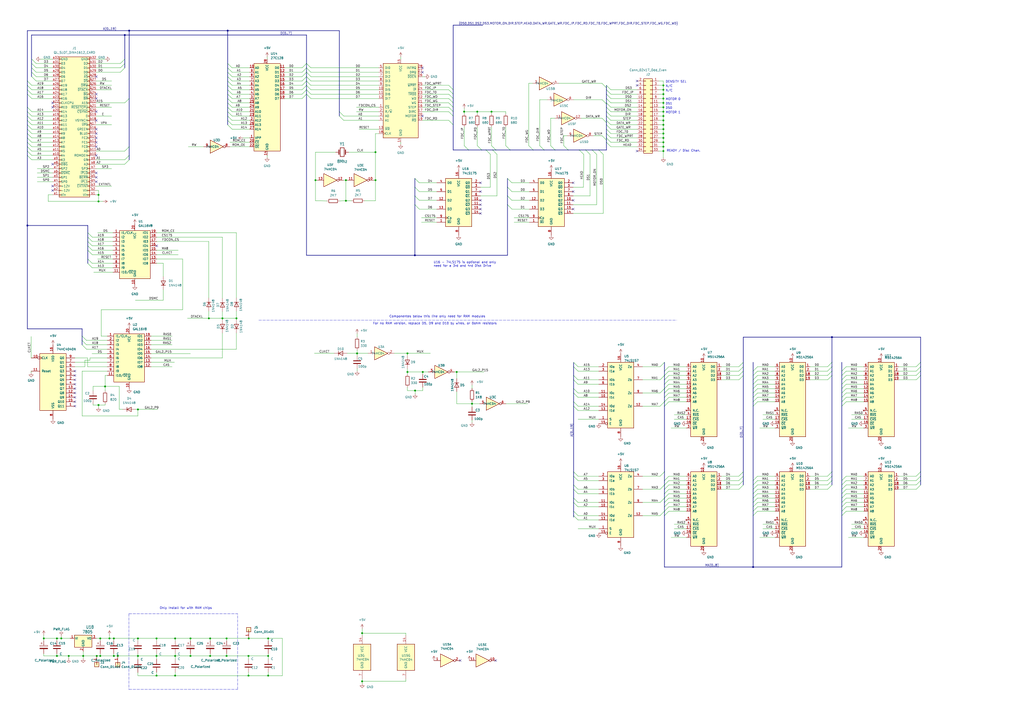
<source format=kicad_sch>
(kicad_sch (version 20211123) (generator eeschema)
  (paper "A2")
  (title_block (title "Trump Card 2 (Clone)") (date "2022-10-01") (rev "01") (company "Repro by Alvaro Alea Fdz.") (comment 1 "Disk Interface for Sinclair QL"))
  (junction (at 210.058 367.284))
  (junction (at 131.445 370.332))
  (junction (at 384.81 69.85))
  (junction (at 58.166 370.332))
  (junction (at 384.81 64.77))
  (junction (at 57.15 113.03))
  (junction (at 482.6 195.58))
  (junction (at 384.81 62.23))
  (junction (at 384.81 87.63))
  (junction (at 384.81 85.09))
  (junction (at 121.92 380.492))
  (junction (at 285.115 64.77))
  (junction (at 207.137 204.978))
  (junction (at 25.4 370.332))
  (junction (at 436.88 328.93))
  (junction (at 384.81 67.31))
  (junction (at 110.49 370.332))
  (junction (at 384.81 82.55))
  (junction (at 33.02 380.492))
  (junction (at 245.237 215.773))
  (junction (at 110.49 380.492))
  (junction (at 144.145 380.492))
  (junction (at 33.02 370.332))
  (junction (at 101.6 380.492))
  (junction (at 240.665 148.082))
  (junction (at 131.445 380.492))
  (junction (at 48.26 380.492))
  (junction (at 35.56 370.332))
  (junction (at 200.66 104.521))
  (junction (at 121.158 184.658))
  (junction (at 66.04 370.332))
  (junction (at 39.878 380.492))
  (junction (at 155.575 391.922))
  (junction (at 56.134 380.492))
  (junction (at 384.81 52.07))
  (junction (at 101.6 370.332))
  (junction (at 384.81 59.69))
  (junction (at 58.166 380.492))
  (junction (at 80.01 380.492))
  (junction (at 68.326 380.492))
  (junction (at 384.81 77.47))
  (junction (at 384.81 72.39))
  (junction (at 384.81 49.53))
  (junction (at 384.81 80.01))
  (junction (at 183.007 104.521))
  (junction (at 236.347 215.773))
  (junction (at 236.347 204.978))
  (junction (at 144.145 391.922))
  (junction (at 101.6 391.922))
  (junction (at 144.272 370.332))
  (junction (at 384.81 74.93))
  (junction (at 90.805 380.492))
  (junction (at 72.39 20.32))
  (junction (at 74.93 17.78))
  (junction (at 132.08 17.78))
  (junction (at 80.01 237.49))
  (junction (at 90.805 370.332))
  (junction (at 60.96 224.155))
  (junction (at 57.15 116.84))
  (junction (at 264.922 215.773))
  (junction (at 210.058 395.224))
  (junction (at 276.86 64.77))
  (junction (at 121.92 370.332))
  (junction (at 217.805 88.265))
  (junction (at 66.04 380.492))
  (junction (at 384.81 54.61))
  (junction (at 217.805 104.521))
  (junction (at 80.01 370.332))
  (junction (at 155.575 380.492))
  (junction (at 200.66 116.459))
  (junction (at 90.805 391.922))
  (junction (at 63.5 370.332))
  (junction (at 57.15 234.95))
  (junction (at 273.812 234.188))
  (junction (at 155.575 370.332))
  (junction (at 129.032 184.658))
  (junction (at 240.792 226.568))
  (junction (at 384.81 57.15))
  (junction (at 269.24 64.77))
  (junction (at 15.875 130.81))
  (junction (at 137.16 184.658))
  (no_connect (at 30.48 59.69))
  (no_connect (at 30.48 95.25))
  (no_connect (at 55.88 44.45))
  (no_connect (at 55.88 54.61))
  (no_connect (at 55.88 57.15))
  (no_connect (at 55.88 80.01))
  (no_connect (at 55.88 82.55))
  (no_connect (at 55.88 85.09))
  (no_connect (at 55.88 90.17))
  (no_connect (at 55.88 100.33))
  (no_connect (at 55.88 102.87))
  (no_connect (at 55.88 105.41))
  (no_connect (at 245.11 67.31))
  (no_connect (at 278.765 111.125))
  (no_connect (at 30.48 107.95))
  (no_connect (at 30.48 110.49))
  (no_connect (at 245.11 41.91))
  (no_connect (at 369.57 46.99))
  (no_connect (at 278.765 121.285))
  (no_connect (at 278.765 116.205))
  (no_connect (at 369.57 49.53))
  (no_connect (at 278.765 118.745))
  (no_connect (at 278.765 123.825))
  (no_connect (at 245.11 39.37))
  (no_connect (at 90.932 142.621))
  (no_connect (at 43.434 215.265))
  (no_connect (at 43.434 220.345))
  (no_connect (at 43.434 217.805))
  (no_connect (at 43.434 222.885))
  (no_connect (at 43.434 225.425))
  (no_connect (at 43.434 227.965))
  (no_connect (at 43.434 230.505))
  (no_connect (at 43.434 233.045))
  (no_connect (at 43.434 235.585))
  (no_connect (at 332.486 116.205))
  (no_connect (at 332.486 121.285))
  (no_connect (at 332.486 111.125))
  (no_connect (at 332.486 106.045))
  (no_connect (at 278.765 106.045))
  (no_connect (at 369.57 87.63))
  (no_connect (at 287.528 383.159))
  (no_connect (at 266.954 383.159))
  (no_connect (at 30.48 62.23))
  (no_connect (at 55.88 64.77))
  (no_connect (at 55.88 69.85))
  (no_connect (at 55.88 74.93))
  (no_connect (at 55.88 77.47))
  (bus_entry (at 177.8 44.45) (size -2.54 2.54))
  (bus_entry (at 490.855 281.305) (size -2.54 2.54))
  (bus_entry (at 74.93 92.71) (size -2.54 2.54))
  (bus_entry (at 490.855 291.465) (size -2.54 2.54))
  (bus_entry (at 387.985 217.805) (size -2.54 2.54))
  (bus_entry (at 196.85 67.31) (size 2.54 2.54))
  (bus_entry (at 15.875 77.47) (size 2.54 2.54))
  (bus_entry (at 132.08 49.53) (size 2.54 2.54))
  (bus_entry (at 490.855 222.885) (size -2.54 2.54))
  (bus_entry (at 387.985 227.965) (size -2.54 2.54))
  (bus_entry (at 15.875 72.39) (size 2.54 2.54))
  (bus_entry (at 387.985 230.505) (size -2.54 2.54))
  (bus_entry (at 177.8 49.53) (size 2.54 2.54))
  (bus_entry (at 439.42 276.225) (size -2.54 2.54))
  (bus_entry (at 490.855 225.425) (size -2.54 2.54))
  (bus_entry (at 74.93 90.17) (size -2.54 2.54))
  (bus_entry (at 385.445 273.685) (size -2.54 2.54))
  (bus_entry (at 294.386 113.665) (size 2.54 2.54))
  (bus_entry (at 332.74 225.425) (size 2.54 2.54))
  (bus_entry (at 240.665 118.745) (size 2.54 2.54))
  (bus_entry (at 132.08 57.15) (size 2.54 2.54))
  (bus_entry (at 18.415 39.37) (size 2.54 2.54))
  (bus_entry (at 387.985 281.305) (size -2.54 2.54))
  (bus_entry (at 490.855 217.805) (size -2.54 2.54))
  (bus_entry (at 490.855 276.225) (size -2.54 2.54))
  (bus_entry (at 294.386 108.585) (size 2.54 2.54))
  (bus_entry (at 385.445 217.805) (size -2.54 2.54))
  (bus_entry (at 482.6 273.685) (size -2.54 2.54))
  (bus_entry (at 15.875 87.63) (size 2.54 2.54))
  (bus_entry (at 387.985 291.465) (size -2.54 2.54))
  (bus_entry (at 177.8 36.83) (size -2.54 2.54))
  (bus_entry (at 439.42 278.765) (size -2.54 2.54))
  (bus_entry (at 132.08 39.37) (size 2.54 2.54))
  (bus_entry (at 18.415 41.91) (size 2.54 2.54))
  (bus_entry (at 15.875 85.09) (size 2.54 2.54))
  (bus_entry (at 332.74 283.845) (size 2.54 2.54))
  (bus_entry (at 385.445 225.425) (size -2.54 2.54))
  (bus_entry (at 177.8 44.45) (size 2.54 2.54))
  (bus_entry (at 431.165 276.225) (size -2.54 2.54))
  (bus_entry (at 15.875 90.17) (size 2.54 2.54))
  (bus_entry (at 132.08 67.31) (size 2.54 2.54))
  (bus_entry (at 332.74 276.225) (size 2.54 2.54))
  (bus_entry (at 439.42 286.385) (size -2.54 2.54))
  (bus_entry (at 132.08 44.45) (size 2.54 2.54))
  (bus_entry (at 482.6 217.805) (size -2.54 2.54))
  (bus_entry (at 439.42 283.845) (size -2.54 2.54))
  (bus_entry (at 306.705 84.455) (size 2.54 2.54))
  (bus_entry (at 319.405 84.455) (size 2.54 2.54))
  (bus_entry (at 313.055 84.455) (size 2.54 2.54))
  (bus_entry (at 349.25 48.387) (size 2.54 2.54))
  (bus_entry (at 349.25 78.74) (size 2.54 2.54))
  (bus_entry (at 327.025 84.455) (size 2.54 2.54))
  (bus_entry (at 349.25 68.58) (size 2.54 2.54))
  (bus_entry (at 349.25 57.785) (size 2.54 2.54))
  (bus_entry (at 385.445 281.305) (size -2.54 2.54))
  (bus_entry (at 177.8 39.37) (size 2.54 2.54))
  (bus_entry (at 332.74 273.685) (size 2.54 2.54))
  (bus_entry (at 132.08 46.99) (size 2.54 2.54))
  (bus_entry (at 18.415 36.83) (size 2.54 2.54))
  (bus_entry (at 132.08 36.83) (size 2.54 2.54))
  (bus_entry (at 534.035 281.305) (size -2.54 2.54))
  (bus_entry (at 439.42 230.505) (size -2.54 2.54))
  (bus_entry (at 534.035 217.805) (size -2.54 2.54))
  (bus_entry (at 15.875 64.77) (size 2.54 2.54))
  (bus_entry (at 18.415 44.45) (size 2.54 2.54))
  (bus_entry (at 18.415 34.29) (size 2.54 2.54))
  (bus_entry (at 72.39 34.29) (size -2.54 2.54))
  (bus_entry (at 482.6 212.725) (size -2.54 2.54))
  (bus_entry (at 50.927 135.001) (size 2.54 2.54))
  (bus_entry (at 431.165 210.185) (size -2.54 2.54))
  (bus_entry (at 439.42 227.965) (size -2.54 2.54))
  (bus_entry (at 385.445 288.925) (size -2.54 2.54))
  (bus_entry (at 387.985 288.925) (size -2.54 2.54))
  (bus_entry (at 332.74 227.965) (size 2.54 2.54))
  (bus_entry (at 15.875 46.99) (size 2.54 2.54))
  (bus_entry (at 332.74 291.465) (size 2.54 2.54))
  (bus_entry (at 276.86 84.455) (size 2.54 2.54))
  (bus_entry (at 482.6 281.305) (size -2.54 2.54))
  (bus_entry (at 490.855 288.925) (size -2.54 2.54))
  (bus_entry (at 482.6 210.185) (size -2.54 2.54))
  (bus_entry (at 439.42 220.345) (size -2.54 2.54))
  (bus_entry (at 281.94 86.995) (size 2.54 2.54))
  (bus_entry (at 387.985 225.425) (size -2.54 2.54))
  (bus_entry (at 351.79 57.15) (size 2.54 2.54))
  (bus_entry (at 351.79 54.61) (size 2.54 2.54))
  (bus_entry (at 351.79 77.47) (size 2.54 2.54))
  (bus_entry (at 351.79 80.01) (size 2.54 2.54))
  (bus_entry (at 351.79 72.39) (size 2.54 2.54))
  (bus_entry (at 351.79 74.93) (size 2.54 2.54))
  (bus_entry (at 351.79 62.23) (size 2.54 2.54))
  (bus_entry (at 351.79 69.85) (size 2.54 2.54))
  (bus_entry (at 351.79 67.31) (size 2.54 2.54))
  (bus_entry (at 351.79 64.77) (size 2.54 2.54))
  (bus_entry (at 351.79 82.55) (size 2.54 2.54))
  (bus_entry (at 351.79 49.53) (size 2.54 2.54))
  (bus_entry (at 351.79 52.07) (size 2.54 2.54))
  (bus_entry (at 351.79 59.69) (size 2.54 2.54))
  (bus_entry (at 490.855 227.965) (size -2.54 2.54))
  (bus_entry (at 431.165 217.805) (size -2.54 2.54))
  (bus_entry (at 439.42 281.305) (size -2.54 2.54))
  (bus_entry (at 490.855 296.545) (size -2.54 2.54))
  (bus_entry (at 482.6 215.265) (size -2.54 2.54))
  (bus_entry (at 177.8 49.53) (size -2.54 2.54))
  (bus_entry (at 132.08 52.07) (size 2.54 2.54))
  (bus_entry (at 387.985 222.885) (size -2.54 2.54))
  (bus_entry (at 431.165 273.685) (size -2.54 2.54))
  (bus_entry (at 177.8 39.37) (size -2.54 2.54))
  (bus_entry (at 196.85 64.77) (size 2.54 2.54))
  (bus_entry (at 15.875 82.55) (size 2.54 2.54))
  (bus_entry (at 387.985 233.045) (size -2.54 2.54))
  (bus_entry (at 15.875 62.23) (size 2.54 2.54))
  (bus_entry (at 240.665 113.665) (size 2.54 2.54))
  (bus_entry (at 294.386 103.505) (size 2.54 2.54))
  (bus_entry (at 15.875 74.93) (size 2.54 2.54))
  (bus_entry (at 490.855 278.765) (size -2.54 2.54))
  (bus_entry (at 490.855 283.845) (size -2.54 2.54))
  (bus_entry (at 240.665 103.505) (size 2.54 2.54))
  (bus_entry (at 50.927 145.161) (size 2.54 2.54))
  (bus_entry (at 439.42 294.005) (size -2.54 2.54))
  (bus_entry (at 385.445 210.185) (size -2.54 2.54))
  (bus_entry (at 260.35 64.77) (size 2.54 2.54))
  (bus_entry (at 177.8 36.83) (size 2.54 2.54))
  (bus_entry (at 490.855 233.045) (size -2.54 2.54))
  (bus_entry (at 534.035 273.685) (size -2.54 2.54))
  (bus_entry (at 439.42 225.425) (size -2.54 2.54))
  (bus_entry (at 387.985 215.265) (size -2.54 2.54))
  (bus_entry (at 439.42 222.885) (size -2.54 2.54))
  (bus_entry (at 74.93 85.09) (size -2.54 2.54))
  (bus_entry (at 439.42 215.265) (size -2.54 2.54))
  (bus_entry (at 387.985 286.385) (size -2.54 2.54))
  (bus_entry (at 439.42 212.725) (size -2.54 2.54))
  (bus_entry (at 177.8 46.99) (size -2.54 2.54))
  (bus_entry (at 387.985 276.225) (size -2.54 2.54))
  (bus_entry (at 177.8 54.61) (size 2.54 2.54))
  (bus_entry (at 490.855 212.725) (size -2.54 2.54))
  (bus_entry (at 177.8 54.61) (size -2.54 2.54))
  (bus_entry (at 387.985 278.765) (size -2.54 2.54))
  (bus_entry (at 74.93 57.15) (size -2.54 2.54))
  (bus_entry (at 293.37 84.455) (size 2.54 2.54))
  (bus_entry (at 294.386 118.745) (size 2.54 2.54))
  (bus_entry (at 332.74 299.085) (size 2.54 2.54))
  (bus_entry (at 15.875 69.85) (size 2.54 2.54))
  (bus_entry (at 439.42 288.925) (size -2.54 2.54))
  (bus_entry (at 332.74 281.305) (size 2.54 2.54))
  (bus_entry (at 15.875 67.31) (size 2.54 2.54))
  (bus_entry (at 177.8 41.91) (size -2.54 2.54))
  (bus_entry (at 490.855 220.345) (size -2.54 2.54))
  (bus_entry (at 385.445 233.045) (size -2.54 2.54))
  (bus_entry (at 50.927 142.621) (size 2.54 2.54))
  (bus_entry (at 50.927 140.081) (size 2.54 2.54))
  (bus_entry (at 177.8 52.07) (size 2.54 2.54))
  (bus_entry (at 387.985 294.005) (size -2.54 2.54))
  (bus_entry (at 285.75 86.995) (size 2.54 2.54))
  (bus_entry (at 534.035 278.765) (size -2.54 2.54))
  (bus_entry (at 132.08 69.85) (size 2.54 2.54))
  (bus_entry (at 132.08 62.23) (size 2.54 2.54))
  (bus_entry (at 534.035 212.725) (size -2.54 2.54))
  (bus_entry (at 332.74 212.725) (size 2.54 2.54))
  (bus_entry (at 177.8 46.99) (size 2.54 2.54))
  (bus_entry (at 332.74 217.805) (size 2.54 2.54))
  (bus_entry (at 534.035 210.185) (size -2.54 2.54))
  (bus_entry (at 132.08 54.61) (size 2.54 2.54))
  (bus_entry (at 387.985 283.845) (size -2.54 2.54))
  (bus_entry (at 50.927 137.541) (size 2.54 2.54))
  (bus_entry (at 332.74 235.585) (size 2.54 2.54))
  (bus_entry (at 387.985 212.725) (size -2.54 2.54))
  (bus_entry (at 336.042 86.995) (size 2.54 2.54))
  (bus_entry (at 339.725 86.995) (size 2.54 2.54))
  (bus_entry (at 343.535 86.995) (size 2.54 2.54))
  (bus_entry (at 347.345 86.995) (size 2.54 2.54))
  (bus_entry (at 15.875 52.07) (size 2.54 2.54))
  (bus_entry (at 431.165 212.725) (size -2.54 2.54))
  (bus_entry (at 72.39 39.37) (size -2.54 2.54))
  (bus_entry (at 15.875 80.01) (size 2.54 2.54))
  (bus_entry (at 482.6 276.225) (size -2.54 2.54))
  (bus_entry (at 332.74 220.345) (size 2.54 2.54))
  (bus_entry (at 490.855 286.385) (size -2.54 2.54))
  (bus_entry (at 132.08 72.39) (size 2.54 2.54))
  (bus_entry (at 47.625 194.945) (size 2.54 2.54))
  (bus_entry (at 260.35 69.85) (size 2.54 2.54))
  (bus_entry (at 260.35 62.23) (size 2.54 2.54))
  (bus_entry (at 260.35 52.07) (size 2.54 2.54))
  (bus_entry (at 260.35 54.61) (size 2.54 2.54))
  (bus_entry (at 260.35 57.15) (size 2.54 2.54))
  (bus_entry (at 260.35 59.69) (size 2.54 2.54))
  (bus_entry (at 260.35 49.53) (size 2.54 2.54))
  (bus_entry (at 15.875 54.61) (size 2.54 2.54))
  (bus_entry (at 47.625 197.485) (size 2.54 2.54))
  (bus_entry (at 240.665 108.585) (size 2.54 2.54))
  (bus_entry (at 332.74 233.045) (size 2.54 2.54))
  (bus_entry (at 387.985 220.345) (size -2.54 2.54))
  (bus_entry (at 534.035 276.225) (size -2.54 2.54))
  (bus_entry (at 177.8 41.91) (size 2.54 2.54))
  (bus_entry (at 332.74 210.185) (size 2.54 2.54))
  (bus_entry (at 439.42 291.465) (size -2.54 2.54))
  (bus_entry (at 177.8 52.07) (size -2.54 2.54))
  (bus_entry (at 490.855 230.505) (size -2.54 2.54))
  (bus_entry (at 431.165 215.265) (size -2.54 2.54))
  (bus_entry (at 385.445 296.545) (size -2.54 2.54))
  (bus_entry (at 132.08 64.77) (size 2.54 2.54))
  (bus_entry (at 387.985 296.545) (size -2.54 2.54))
  (bus_entry (at 72.39 36.83) (size -2.54 2.54))
  (bus_entry (at 439.42 233.045) (size -2.54 2.54))
  (bus_entry (at 269.24 84.455) (size 2.54 2.54))
  (bus_entry (at 285.115 84.455) (size 2.54 2.54))
  (bus_entry (at 15.875 49.53) (size 2.54 2.54))
  (bus_entry (at 431.165 278.765) (size -2.54 2.54))
  (bus_entry (at 132.08 59.69) (size 2.54 2.54))
  (bus_entry (at 482.6 278.765) (size -2.54 2.54))
  (bus_entry (at 439.42 217.805) (size -2.54 2.54))
  (bus_entry (at 50.927 152.781) (size 2.54 2.54))
  (bus_entry (at 332.74 288.925) (size 2.54 2.54))
  (bus_entry (at 439.42 296.545) (size -2.54 2.54))
  (bus_entry (at 332.74 296.545) (size 2.54 2.54))
  (bus_entry (at 47.625 200.025) (size 2.54 2.54))
  (bus_entry (at 132.08 41.91) (size 2.54 2.54))
  (bus_entry (at 431.165 281.305) (size -2.54 2.54))
  (bus_entry (at 490.855 215.265) (size -2.54 2.54))
  (bus_entry (at 534.035 215.265) (size -2.54 2.54))
  (bus_entry (at 490.855 294.005) (size -2.54 2.54))
  (bus_entry (at 50.927 150.241) (size 2.54 2.54))
  (wire (pts (xy 490.855 230.505) (xy 501.015 230.505)))
  (wire (pts (xy 354.33 52.07) (xy 369.57 52.07)))
  (wire (pts (xy 264.922 215.773) (xy 280.797 215.773)))
  (bus (pts (xy 18.288 20.32) (xy 18.288 44.45)))
  (wire (pts (xy 328.93 78.74) (xy 327.025 78.74)))
  (wire (pts (xy 183.007 88.265) (xy 194.691 88.265)))
  (bus (pts (xy 332.74 288.925) (xy 332.74 291.465)))
  (bus (pts (xy 351.79 82.55) (xy 351.79 86.995)))
  (wire (pts (xy 335.28 276.225) (xy 347.345 276.225)))
  (wire (pts (xy 217.805 88.265) (xy 217.805 104.521)))
  (bus (pts (xy 488.315 220.345) (xy 488.315 222.885)))
  (wire (pts (xy 47.625 241.3) (xy 80.01 241.3)))
  (wire (pts (xy 245.237 215.773) (xy 245.237 217.043)))
  (wire (pts (xy 53.467 137.541) (xy 65.532 137.541)))
  (wire (pts (xy 90.805 370.332) (xy 101.6 370.332)))
  (bus (pts (xy 132.08 62.23) (xy 132.08 64.77)))
  (wire (pts (xy 200.66 104.521) (xy 200.66 116.459)))
  (wire (pts (xy 335.28 301.625) (xy 347.345 301.625)))
  (wire (pts (xy 180.34 39.37) (xy 219.71 39.37)))
  (wire (pts (xy 382.27 52.07) (xy 384.81 52.07)))
  (bus (pts (xy 15.875 77.47) (xy 15.875 80.01)))
  (bus (pts (xy 339.725 86.995) (xy 336.042 86.995)))
  (wire (pts (xy 337.185 68.58) (xy 349.25 68.58)))
  (bus (pts (xy 72.39 34.29) (xy 72.39 36.83)))
  (wire (pts (xy 43.434 207.645) (xy 50.8 207.645)))
  (wire (pts (xy 101.6 370.332) (xy 101.6 371.602)))
  (wire (pts (xy 137.16 135.001) (xy 137.16 172.847)))
  (wire (pts (xy 55.88 95.25) (xy 72.39 95.25)))
  (wire (pts (xy 90.805 370.332) (xy 90.805 371.602)))
  (wire (pts (xy 35.56 370.332) (xy 40.64 370.332)))
  (wire (pts (xy 39.878 380.492) (xy 48.26 380.492)))
  (wire (pts (xy 335.28 220.345) (xy 347.345 220.345)))
  (wire (pts (xy 165.1 39.37) (xy 175.26 39.37)))
  (wire (pts (xy 63.5 370.332) (xy 66.04 370.332)))
  (wire (pts (xy 18.415 80.01) (xy 30.48 80.01)))
  (bus (pts (xy 332.74 273.685) (xy 332.74 274.5232)))
  (wire (pts (xy 469.9 217.805) (xy 480.06 217.805)))
  (bus (pts (xy 132.08 69.85) (xy 132.08 72.39)))
  (wire (pts (xy 384.81 80.01) (xy 384.81 82.55)))
  (wire (pts (xy 490.855 278.765) (xy 501.015 278.765)))
  (wire (pts (xy 180.34 54.61) (xy 219.71 54.61)))
  (bus (pts (xy 15.875 69.85) (xy 15.875 72.39)))
  (wire (pts (xy 207.137 213.868) (xy 207.137 215.138)))
  (wire (pts (xy 382.27 85.09) (xy 384.81 85.09)))
  (wire (pts (xy 327.025 78.74) (xy 327.025 84.455)))
  (bus (pts (xy 240.665 118.745) (xy 240.665 148.082)))
  (bus (pts (xy 351.79 77.47) (xy 351.79 74.93)))
  (wire (pts (xy 55.88 39.37) (xy 69.85 39.37)))
  (wire (pts (xy 134.62 49.53) (xy 144.78 49.53)))
  (wire (pts (xy 80.01 237.49) (xy 91.567 237.49)))
  (bus (pts (xy 436.88 288.925) (xy 436.88 291.465)))
  (bus (pts (xy 488.315 288.925) (xy 488.315 291.465)))
  (wire (pts (xy 110.49 379.222) (xy 110.49 380.492)))
  (wire (pts (xy 354.33 72.39) (xy 369.57 72.39)))
  (wire (pts (xy 56.642 150.241) (xy 65.532 150.241)))
  (bus (pts (xy 385.445 210.185) (xy 385.445 215.265)))
  (wire (pts (xy 58.166 379.222) (xy 58.166 380.492)))
  (bus (pts (xy 534.035 281.305) (xy 534.035 278.765)))
  (wire (pts (xy 521.335 278.765) (xy 531.495 278.765)))
  (bus (pts (xy 482.6 210.185) (xy 482.6 212.725)))
  (wire (pts (xy 240.792 226.568) (xy 245.237 226.568)))
  (bus (pts (xy 132.08 44.45) (xy 132.08 46.99)))
  (wire (pts (xy 63.5 370.332) (xy 63.5 368.427)))
  (wire (pts (xy 490.855 222.885) (xy 501.015 222.885)))
  (wire (pts (xy 60.96 224.155) (xy 69.215 224.155)))
  (wire (pts (xy 90.805 391.922) (xy 101.6 391.922)))
  (bus (pts (xy 15.875 46.99) (xy 15.875 49.53)))
  (wire (pts (xy 236.347 217.043) (xy 236.347 215.773)))
  (wire (pts (xy 492.125 311.785) (xy 501.015 311.785)))
  (wire (pts (xy 418.465 283.845) (xy 428.625 283.845)))
  (wire (pts (xy 245.11 62.23) (xy 260.35 62.23)))
  (wire (pts (xy 109.22 85.09) (xy 118.11 85.09)))
  (wire (pts (xy 80.01 241.3) (xy 80.01 237.49)))
  (wire (pts (xy 131.445 370.332) (xy 131.445 371.602)))
  (wire (pts (xy 439.42 215.265) (xy 449.58 215.265)))
  (wire (pts (xy 493.9538 243.205) (xy 501.015 243.205)))
  (wire (pts (xy 245.237 224.663) (xy 245.237 226.568)))
  (bus (pts (xy 482.6 273.685) (xy 482.6 276.225)))
  (wire (pts (xy 439.42 220.345) (xy 449.58 220.345)))
  (bus (pts (xy 15.875 130.81) (xy 15.875 90.17)))
  (wire (pts (xy 335.28 215.265) (xy 347.345 215.265)))
  (bus (pts (xy 196.85 17.78) (xy 196.85 64.77)))
  (wire (pts (xy 33.02 370.332) (xy 25.4 370.332)))
  (wire (pts (xy 490.855 217.805) (xy 501.015 217.805)))
  (wire (pts (xy 134.62 59.69) (xy 144.78 59.69)))
  (bus (pts (xy 347.345 86.995) (xy 343.535 86.995)))
  (wire (pts (xy 236.347 224.663) (xy 236.347 226.568)))
  (bus (pts (xy 385.445 294.005) (xy 385.445 296.545)))
  (wire (pts (xy 129.032 184.658) (xy 137.16 184.658)))
  (bus (pts (xy 488.315 328.93) (xy 488.315 299.085)))
  (wire (pts (xy 439.42 217.805) (xy 449.58 217.805)))
  (wire (pts (xy 232.41 82.55) (xy 232.41 83.566)))
  (bus (pts (xy 332.74 227.965) (xy 332.74 233.045)))
  (bus (pts (xy 431.165 215.265) (xy 431.165 217.805)))
  (wire (pts (xy 210.058 367.284) (xy 210.058 368.554)))
  (wire (pts (xy 285.115 64.77) (xy 293.37 64.77)))
  (wire (pts (xy 492.125 248.285) (xy 501.015 248.285)))
  (bus (pts (xy 436.88 233.045) (xy 436.88 235.585)))
  (wire (pts (xy 278.765 108.585) (xy 284.48 108.585)))
  (wire (pts (xy 18.415 77.47) (xy 30.48 77.47)))
  (bus (pts (xy 132.08 17.78) (xy 132.08 36.83)))
  (bus (pts (xy 50.927 152.781) (xy 50.927 150.241)))
  (wire (pts (xy 180.34 49.53) (xy 219.71 49.53)))
  (wire (pts (xy 50.165 202.565) (xy 62.23 202.565)))
  (wire (pts (xy 155.575 370.332) (xy 163.83 370.332)))
  (bus (pts (xy 482.6 195.58) (xy 482.6 210.185)))
  (wire (pts (xy 140.97 80.01) (xy 144.78 80.01)))
  (bus (pts (xy 262.89 62.23) (xy 262.89 64.77)))
  (wire (pts (xy 521.335 281.305) (xy 531.495 281.305)))
  (wire (pts (xy 134.62 44.45) (xy 144.78 44.45)))
  (bus (pts (xy 332.74 212.725) (xy 332.74 217.805)))
  (wire (pts (xy 165.1 52.07) (xy 175.26 52.07)))
  (wire (pts (xy 244.475 128.905) (xy 253.365 128.905)))
  (bus (pts (xy 385.445 225.425) (xy 385.445 227.965)))
  (wire (pts (xy 245.11 59.69) (xy 260.35 59.69)))
  (wire (pts (xy 101.6 382.397) (xy 101.6 380.492)))
  (wire (pts (xy 217.805 116.459) (xy 211.455 116.459)))
  (polyline (pts (xy 74.803 355.981) (xy 74.803 399.923)))
  (bus (pts (xy 332.74 210.312) (xy 332.74 212.725)))
  (wire (pts (xy 20.955 46.99) (xy 30.48 46.99)))
  (wire (pts (xy 440.69 311.785) (xy 449.58 311.785)))
  (wire (pts (xy 372.745 227.965) (xy 382.905 227.965)))
  (wire (pts (xy 273.812 234.188) (xy 273.812 236.093)))
  (wire (pts (xy 335.28 294.005) (xy 347.345 294.005)))
  (bus (pts (xy 436.88 328.93) (xy 488.315 328.93)))
  (wire (pts (xy 134.62 62.23) (xy 144.78 62.23)))
  (wire (pts (xy 90.932 140.081) (xy 121.158 140.081)))
  (wire (pts (xy 121.158 140.081) (xy 121.158 172.847)))
  (wire (pts (xy 87.63 212.725) (xy 99.822 212.725)))
  (wire (pts (xy 39.878 380.492) (xy 39.878 381.762)))
  (wire (pts (xy 418.465 220.345) (xy 428.625 220.345)))
  (wire (pts (xy 389.255 248.285) (xy 398.145 248.285)))
  (wire (pts (xy 43.434 212.725) (xy 49.276 212.725)))
  (wire (pts (xy 155.575 390.017) (xy 155.575 391.922)))
  (bus (pts (xy 15.875 62.23) (xy 15.875 64.77)))
  (wire (pts (xy 55.88 92.71) (xy 72.39 92.71)))
  (wire (pts (xy 308.991 48.387) (xy 306.705 48.387)))
  (wire (pts (xy 217.805 88.265) (xy 217.805 77.47)))
  (wire (pts (xy 387.985 233.045) (xy 398.145 233.045)))
  (wire (pts (xy 53.467 147.701) (xy 65.532 147.701)))
  (wire (pts (xy 55.88 46.99) (xy 64.77 46.99)))
  (bus (pts (xy 262.89 57.15) (xy 262.89 59.69)))
  (wire (pts (xy 285.115 73.66) (xy 285.115 84.455)))
  (bus (pts (xy 132.08 57.15) (xy 132.08 59.69)))
  (wire (pts (xy 418.465 276.225) (xy 428.625 276.225)))
  (wire (pts (xy 387.985 220.345) (xy 398.145 220.345)))
  (wire (pts (xy 384.81 72.39) (xy 384.81 69.85)))
  (wire (pts (xy 335.28 291.465) (xy 347.345 291.465)))
  (wire (pts (xy 50.165 197.485) (xy 62.23 197.485)))
  (wire (pts (xy 110.49 380.492) (xy 121.92 380.492)))
  (bus (pts (xy 488.315 235.585) (xy 488.315 278.765)))
  (wire (pts (xy 354.33 62.23) (xy 369.57 62.23)))
  (wire (pts (xy 210.058 364.744) (xy 210.058 367.284)))
  (bus (pts (xy 50.927 145.161) (xy 50.927 142.621)))
  (wire (pts (xy 269.24 64.77) (xy 269.24 66.04)))
  (wire (pts (xy 155.575 380.492) (xy 155.575 382.397)))
  (bus (pts (xy 294.386 103.505) (xy 294.386 108.585)))
  (wire (pts (xy 165.1 41.91) (xy 175.26 41.91)))
  (wire (pts (xy 55.88 41.91) (xy 69.85 41.91)))
  (wire (pts (xy 382.27 67.31) (xy 384.81 67.31)))
  (wire (pts (xy 20.955 36.83) (xy 30.48 36.83)))
  (wire (pts (xy 55.88 87.63) (xy 72.39 87.63)))
  (bus (pts (xy 177.8 41.91) (xy 177.8 44.45)))
  (bus (pts (xy 351.79 57.15) (xy 351.79 54.61)))
  (wire (pts (xy 137.16 193.167) (xy 137.16 202.565)))
  (wire (pts (xy 490.855 291.465) (xy 501.015 291.465)))
  (wire (pts (xy 180.34 44.45) (xy 219.71 44.45)))
  (bus (pts (xy 240.665 103.505) (xy 240.665 108.585)))
  (wire (pts (xy 384.81 82.55) (xy 384.81 85.09)))
  (wire (pts (xy 244.475 126.365) (xy 253.365 126.365)))
  (bus (pts (xy 351.79 69.85) (xy 351.79 67.31)))
  (wire (pts (xy 53.975 224.155) (xy 60.96 224.155)))
  (bus (pts (xy 385.445 296.545) (xy 385.445 299.085)))
  (wire (pts (xy 21.59 102.87) (xy 30.48 102.87)))
  (wire (pts (xy 382.27 77.47) (xy 384.81 77.47)))
  (bus (pts (xy 436.88 215.265) (xy 436.88 217.805)))
  (wire (pts (xy 18.415 49.53) (xy 30.48 49.53)))
  (wire (pts (xy 55.88 97.79) (xy 64.77 97.79)))
  (wire (pts (xy 354.33 82.55) (xy 369.57 82.55)))
  (bus (pts (xy 488.315 227.965) (xy 488.315 230.505)))
  (wire (pts (xy 182.372 204.978) (xy 193.802 204.978)))
  (wire (pts (xy 144.145 390.017) (xy 144.145 391.922)))
  (wire (pts (xy 298.196 126.365) (xy 307.086 126.365)))
  (wire (pts (xy 332.486 118.745) (xy 346.075 118.745)))
  (bus (pts (xy 482.6 215.265) (xy 482.6 217.805)))
  (wire (pts (xy 245.237 215.773) (xy 248.412 215.773)))
  (wire (pts (xy 207.137 193.548) (xy 207.137 195.453)))
  (wire (pts (xy 354.33 64.77) (xy 369.57 64.77)))
  (wire (pts (xy 210.058 393.954) (xy 210.058 395.224)))
  (wire (pts (xy 288.29 89.535) (xy 288.29 113.665)))
  (wire (pts (xy 372.745 283.845) (xy 382.905 283.845)))
  (bus (pts (xy 15.875 190.754) (xy 15.875 130.81)))
  (wire (pts (xy 18.415 87.63) (xy 30.48 87.63)))
  (wire (pts (xy 418.465 215.265) (xy 428.625 215.265)))
  (wire (pts (xy 521.335 212.725) (xy 531.495 212.725)))
  (wire (pts (xy 54.356 157.861) (xy 65.532 157.861)))
  (wire (pts (xy 439.42 227.965) (xy 449.58 227.965)))
  (bus (pts (xy 50.927 130.81) (xy 15.875 130.81)))
  (wire (pts (xy 490.855 212.725) (xy 501.015 212.725)))
  (wire (pts (xy 134.62 67.31) (xy 144.78 67.31)))
  (wire (pts (xy 354.33 69.85) (xy 369.57 69.85)))
  (polyline (pts (xy 74.803 399.923) (xy 137.795 399.923)))
  (wire (pts (xy 236.347 215.773) (xy 236.347 213.868)))
  (bus (pts (xy 488.315 291.465) (xy 488.315 294.005)))
  (bus (pts (xy 332.74 296.545) (xy 332.74 299.085)))
  (wire (pts (xy 389.255 311.785) (xy 398.145 311.785)))
  (wire (pts (xy 62.23 215.265) (xy 47.625 215.265)))
  (wire (pts (xy 25.4 379.222) (xy 25.4 380.492)))
  (wire (pts (xy 387.985 286.385) (xy 398.145 286.385)))
  (wire (pts (xy 276.86 64.77) (xy 276.86 66.04)))
  (bus (pts (xy 50.927 137.541) (xy 50.927 135.001)))
  (bus (pts (xy 351.79 64.77) (xy 351.79 62.23)))
  (wire (pts (xy 384.81 49.53) (xy 384.81 52.07)))
  (wire (pts (xy 90.805 380.492) (xy 101.6 380.492)))
  (wire (pts (xy 58.166 370.332) (xy 63.5 370.332)))
  (wire (pts (xy 55.88 34.29) (xy 60.96 34.29)))
  (wire (pts (xy 105.918 179.705) (xy 58.674 179.705)))
  (bus (pts (xy 295.91 86.995) (xy 309.245 86.995)))
  (wire (pts (xy 335.28 230.505) (xy 347.345 230.505)))
  (bus (pts (xy 488.315 296.545) (xy 488.315 299.085)))
  (bus (pts (xy 482.6 276.225) (xy 482.6 278.765)))
  (bus (pts (xy 74.93 90.17) (xy 74.93 92.71)))
  (wire (pts (xy 78.74 237.49) (xy 80.01 237.49)))
  (wire (pts (xy 313.055 57.785) (xy 313.055 84.455)))
  (wire (pts (xy 335.28 227.965) (xy 347.345 227.965)))
  (wire (pts (xy 90.932 137.541) (xy 129.032 137.541)))
  (wire (pts (xy 57.15 116.84) (xy 59.69 116.84)))
  (wire (pts (xy 213.487 204.978) (xy 207.137 204.978)))
  (wire (pts (xy 129.032 184.658) (xy 129.032 185.547)))
  (wire (pts (xy 387.985 222.885) (xy 398.145 222.885)))
  (wire (pts (xy 49.276 212.725) (xy 49.276 208.915)))
  (wire (pts (xy 80.01 382.524) (xy 80.01 380.492)))
  (wire (pts (xy 35.56 369.062) (xy 35.56 370.332)))
  (wire (pts (xy 87.63 210.185) (xy 101.219 210.185)))
  (wire (pts (xy 55.88 107.95) (xy 64.77 107.95)))
  (wire (pts (xy 354.33 67.31) (xy 369.57 67.31)))
  (bus (pts (xy 482.6 212.725) (xy 482.6 215.265)))
  (wire (pts (xy 18.415 64.77) (xy 30.48 64.77)))
  (bus (pts (xy 18.288 20.32) (xy 72.39 20.32)))
  (wire (pts (xy 263.652 215.773) (xy 264.922 215.773)))
  (wire (pts (xy 442.5188 240.665) (xy 449.58 240.665)))
  (bus (pts (xy 431.165 276.225) (xy 431.165 278.765)))
  (polyline (pts (xy 137.795 399.923) (xy 137.795 355.981)))
  (wire (pts (xy 55.88 67.31) (xy 64.77 67.31)))
  (bus (pts (xy 262.89 64.77) (xy 262.89 67.31)))
  (wire (pts (xy 338.582 89.535) (xy 338.455 108.585)))
  (wire (pts (xy 134.62 41.91) (xy 144.78 41.91)))
  (wire (pts (xy 469.9 212.725) (xy 480.06 212.725)))
  (wire (pts (xy 165.1 49.53) (xy 175.26 49.53)))
  (wire (pts (xy 207.137 204.978) (xy 207.137 206.248)))
  (wire (pts (xy 253.365 111.125) (xy 243.205 111.125)))
  (bus (pts (xy 488.315 286.385) (xy 488.315 288.925)))
  (wire (pts (xy 53.975 234.95) (xy 53.975 234.315)))
  (wire (pts (xy 50.165 200.025) (xy 62.23 200.025)))
  (wire (pts (xy 87.63 200.025) (xy 99.822 200.025)))
  (bus (pts (xy 177.8 39.37) (xy 177.8 41.91)))
  (wire (pts (xy 245.11 57.15) (xy 260.35 57.15)))
  (wire (pts (xy 207.137 203.073) (xy 207.137 204.978)))
  (wire (pts (xy 210.058 395.224) (xy 235.458 395.224)))
  (bus (pts (xy 196.85 64.77) (xy 196.85 67.31)))
  (bus (pts (xy 177.8 148.082) (xy 240.665 148.082)))
  (wire (pts (xy 66.04 379.222) (xy 66.04 380.492)))
  (wire (pts (xy 165.1 44.45) (xy 175.26 44.45)))
  (wire (pts (xy 68.326 380.492) (xy 80.01 380.492)))
  (wire (pts (xy 387.985 291.465) (xy 398.145 291.465)))
  (wire (pts (xy 55.88 113.03) (xy 57.15 113.03)))
  (bus (pts (xy 351.79 52.07) (xy 351.79 50.927)))
  (wire (pts (xy 52.197 207.645) (xy 62.23 207.645)))
  (wire (pts (xy 382.27 54.61) (xy 384.81 54.61)))
  (wire (pts (xy 53.467 142.621) (xy 65.532 142.621)))
  (bus (pts (xy 431.165 210.185) (xy 431.165 212.725)))
  (bus (pts (xy 132.08 67.31) (xy 132.08 69.85)))
  (wire (pts (xy 384.81 87.63) (xy 384.81 85.09)))
  (wire (pts (xy 490.855 286.385) (xy 501.015 286.385)))
  (bus (pts (xy 315.595 86.995) (xy 309.245 86.995)))
  (wire (pts (xy 33.02 370.332) (xy 33.02 371.602)))
  (wire (pts (xy 439.42 286.385) (xy 449.58 286.385)))
  (bus (pts (xy 436.88 225.425) (xy 436.88 227.965)))
  (bus (pts (xy 385.445 291.465) (xy 385.445 294.005)))
  (wire (pts (xy 442.5188 243.205) (xy 449.58 243.205)))
  (wire (pts (xy 332.486 123.825) (xy 349.885 123.825)))
  (wire (pts (xy 137.16 180.467) (xy 137.16 184.658)))
  (bus (pts (xy 196.85 17.78) (xy 132.08 17.78)))
  (wire (pts (xy 121.158 180.467) (xy 121.158 184.658)))
  (bus (pts (xy 74.93 85.09) (xy 74.93 90.17)))
  (wire (pts (xy 440.69 248.285) (xy 449.58 248.285)))
  (wire (pts (xy 134.62 64.77) (xy 144.78 64.77)))
  (wire (pts (xy 210.058 367.284) (xy 235.458 367.284)))
  (wire (pts (xy 33.02 379.222) (xy 33.02 380.492)))
  (wire (pts (xy 183.007 116.459) (xy 183.007 104.521)))
  (wire (pts (xy 490.855 225.425) (xy 501.015 225.425)))
  (bus (pts (xy 294.386 118.745) (xy 294.386 148.082)))
  (wire (pts (xy 313.055 57.785) (xy 317.5 57.785)))
  (wire (pts (xy 493.9538 240.665) (xy 501.015 240.665)))
  (bus (pts (xy 132.08 41.91) (xy 132.08 44.45)))
  (wire (pts (xy 264.922 234.188) (xy 273.812 234.188)))
  (wire (pts (xy 20.955 41.91) (xy 30.48 41.91)))
  (bus (pts (xy 262.89 59.69) (xy 262.89 62.23)))
  (wire (pts (xy 55.88 62.23) (xy 64.77 62.23)))
  (wire (pts (xy 134.62 46.99) (xy 144.78 46.99)))
  (bus (pts (xy 15.875 49.53) (xy 15.875 52.07)))
  (wire (pts (xy 493.9538 306.705) (xy 501.015 306.705)))
  (wire (pts (xy 154.94 90.17) (xy 154.94 91.186)))
  (wire (pts (xy 372.745 220.345) (xy 382.905 220.345)))
  (bus (pts (xy 351.79 80.01) (xy 351.79 77.47)))
  (bus (pts (xy 431.165 217.805) (xy 431.165 273.685)))
  (wire (pts (xy 49.276 208.915) (xy 52.197 208.915)))
  (wire (pts (xy 121.158 184.658) (xy 129.032 184.658)))
  (wire (pts (xy 69.215 237.49) (xy 71.12 237.49)))
  (wire (pts (xy 439.42 283.845) (xy 449.58 283.845)))
  (wire (pts (xy 48.26 380.492) (xy 48.26 381.889)))
  (wire (pts (xy 18.034 207.645) (xy 18.034 195.199)))
  (wire (pts (xy 202.311 88.265) (xy 217.805 88.265)))
  (wire (pts (xy 60.96 217.805) (xy 60.96 224.155)))
  (wire (pts (xy 18.415 72.39) (xy 30.48 72.39)))
  (wire (pts (xy 387.985 217.805) (xy 398.145 217.805)))
  (wire (pts (xy 18.415 92.71) (xy 30.48 92.71)))
  (wire (pts (xy 94.742 168.021) (xy 94.742 174.117)))
  (bus (pts (xy 240.665 113.665) (xy 240.665 118.745)))
  (wire (pts (xy 264.922 227.203) (xy 264.922 234.188)))
  (wire (pts (xy 87.63 202.565) (xy 137.16 202.565)))
  (bus (pts (xy 436.88 283.845) (xy 436.88 286.385)))
  (wire (pts (xy 210.058 395.224) (xy 210.058 396.494)))
  (wire (pts (xy 490.855 276.225) (xy 501.015 276.225)))
  (bus (pts (xy 534.035 215.265) (xy 534.035 212.725)))
  (bus (pts (xy 488.315 233.045) (xy 488.315 235.585)))
  (wire (pts (xy 293.37 73.66) (xy 293.37 84.455)))
  (wire (pts (xy 418.465 217.805) (xy 428.625 217.805)))
  (wire (pts (xy 201.422 204.978) (xy 207.137 204.978)))
  (bus (pts (xy 351.79 59.69) (xy 351.79 57.15)))
  (bus (pts (xy 287.655 86.995) (xy 295.91 86.995)))
  (wire (pts (xy 293.37 64.77) (xy 293.37 66.04)))
  (wire (pts (xy 260.35 64.77) (xy 245.11 64.77)))
  (wire (pts (xy 121.92 380.492) (xy 131.445 380.492)))
  (wire (pts (xy 521.335 283.845) (xy 531.495 283.845)))
  (wire (pts (xy 253.365 106.045) (xy 243.205 106.045)))
  (bus (pts (xy 240.665 148.082) (xy 294.386 148.082)))
  (bus (pts (xy 177.8 46.99) (xy 177.8 49.53)))
  (bus (pts (xy 132.08 59.69) (xy 132.08 62.23)))
  (wire (pts (xy 200.66 116.459) (xy 203.835 116.459)))
  (wire (pts (xy 490.855 283.845) (xy 501.015 283.845)))
  (bus (pts (xy 431.165 278.765) (xy 431.165 281.305)))
  (wire (pts (xy 134.62 52.07) (xy 144.78 52.07)))
  (bus (pts (xy 534.035 212.725) (xy 534.035 210.185)))
  (wire (pts (xy 469.9 278.765) (xy 480.06 278.765)))
  (bus (pts (xy 488.315 210.185) (xy 488.315 215.265)))
  (wire (pts (xy 335.28 286.385) (xy 347.345 286.385)))
  (bus (pts (xy 332.74 220.345) (xy 332.74 225.425)))
  (wire (pts (xy 80.01 380.492) (xy 90.805 380.492)))
  (wire (pts (xy 387.985 225.425) (xy 398.145 225.425)))
  (wire (pts (xy 469.9 283.845) (xy 480.06 283.845)))
  (bus (pts (xy 332.74 235.585) (xy 332.74 273.685)))
  (bus (pts (xy 385.445 215.265) (xy 385.445 217.805)))
  (wire (pts (xy 335.28 283.845) (xy 347.345 283.845)))
  (bus (pts (xy 332.74 274.574) (xy 332.74 276.225)))
  (wire (pts (xy 387.985 212.725) (xy 398.145 212.725)))
  (wire (pts (xy 80.01 391.922) (xy 90.805 391.922)))
  (wire (pts (xy 273.812 234.188) (xy 278.257 234.188)))
  (wire (pts (xy 439.42 276.225) (xy 449.58 276.225)))
  (wire (pts (xy 55.88 370.332) (xy 58.166 370.332)))
  (wire (pts (xy 354.33 80.01) (xy 369.57 80.01)))
  (wire (pts (xy 354.33 59.69) (xy 369.57 59.69)))
  (bus (pts (xy 332.74 291.465) (xy 332.74 296.545)))
  (bus (pts (xy 132.08 46.99) (xy 132.08 49.53)))
  (wire (pts (xy 163.83 391.922) (xy 155.575 391.922)))
  (bus (pts (xy 177.8 36.83) (xy 177.8 39.37)))
  (wire (pts (xy 18.415 69.85) (xy 30.48 69.85)))
  (wire (pts (xy 372.745 276.225) (xy 382.905 276.225)))
  (wire (pts (xy 469.9 276.225) (xy 480.06 276.225)))
  (wire (pts (xy 134.62 74.93) (xy 144.78 74.93)))
  (wire (pts (xy 55.88 59.69) (xy 72.39 59.69)))
  (wire (pts (xy 52.197 208.915) (xy 52.197 207.645)))
  (bus (pts (xy 285.75 86.995) (xy 281.94 86.995)))
  (wire (pts (xy 439.42 230.505) (xy 449.58 230.505)))
  (wire (pts (xy 384.81 74.93) (xy 384.81 72.39)))
  (wire (pts (xy 490.855 294.005) (xy 501.015 294.005)))
  (wire (pts (xy 335.28 222.885) (xy 347.345 222.885)))
  (wire (pts (xy 90.805 391.922) (xy 90.805 390.017)))
  (wire (pts (xy 206.756 64.77) (xy 219.71 64.77)))
  (wire (pts (xy 25.4 370.332) (xy 25.4 371.602)))
  (wire (pts (xy 144.78 82.55) (xy 133.35 82.55)))
  (wire (pts (xy 18.415 54.61) (xy 30.48 54.61)))
  (bus (pts (xy 15.875 80.01) (xy 15.875 82.55)))
  (bus (pts (xy 343.535 86.995) (xy 339.725 86.995)))
  (bus (pts (xy 351.79 54.61) (xy 351.79 52.07)))
  (wire (pts (xy 27.94 113.03) (xy 27.94 116.84)))
  (wire (pts (xy 27.94 116.84) (xy 57.15 116.84)))
  (wire (pts (xy 30.48 113.03) (xy 27.94 113.03)))
  (wire (pts (xy 57.15 110.49) (xy 55.88 110.49)))
  (wire (pts (xy 57.15 113.03) (xy 57.15 110.49)))
  (wire (pts (xy 57.15 116.84) (xy 57.15 113.03)))
  (wire (pts (xy 228.727 204.978) (xy 236.347 204.978)))
  (wire (pts (xy 382.27 87.63) (xy 384.81 87.63)))
  (bus (pts (xy 351.79 62.23) (xy 351.79 60.325)))
  (wire (pts (xy 382.27 72.39) (xy 384.81 72.39)))
  (wire (pts (xy 442.5188 306.705) (xy 449.58 306.705)))
  (wire (pts (xy 298.196 128.905) (xy 307.086 128.905)))
  (wire (pts (xy 129.032 137.541) (xy 129.032 173.101)))
  (wire (pts (xy 121.92 379.222) (xy 121.92 380.492)))
  (wire (pts (xy 56.642 135.001) (xy 65.532 135.001)))
  (wire (pts (xy 206.756 62.23) (xy 219.71 62.23)))
  (bus (pts (xy 332.74 299.085) (xy 332.74 299.974)))
  (wire (pts (xy 354.33 74.93) (xy 369.57 74.93)))
  (wire (pts (xy 101.6 391.922) (xy 144.145 391.922)))
  (bus (pts (xy 50.927 142.621) (xy 50.927 140.081)))
  (wire (pts (xy 90.805 379.222) (xy 90.805 380.492)))
  (wire (pts (xy 384.81 52.07) (xy 384.81 54.61)))
  (wire (pts (xy 253.365 116.205) (xy 243.205 116.205)))
  (wire (pts (xy 354.33 85.09) (xy 369.57 85.09)))
  (bus (pts (xy 50.927 135.001) (xy 50.927 130.81)))
  (wire (pts (xy 134.62 54.61) (xy 144.78 54.61)))
  (wire (pts (xy 18.415 67.31) (xy 30.48 67.31)))
  (bus (pts (xy 436.88 210.185) (xy 436.88 215.265)))
  (wire (pts (xy 56.134 380.492) (xy 58.166 380.492)))
  (wire (pts (xy 245.11 52.07) (xy 260.35 52.07)))
  (wire (pts (xy 349.885 123.825) (xy 349.885 89.535)))
  (wire (pts (xy 90.932 135.001) (xy 137.16 135.001)))
  (wire (pts (xy 387.985 230.505) (xy 398.145 230.505)))
  (wire (pts (xy 418.465 281.305) (xy 428.625 281.305)))
  (wire (pts (xy 216.789 104.521) (xy 217.805 104.521)))
  (wire (pts (xy 134.62 39.37) (xy 144.78 39.37)))
  (wire (pts (xy 469.9 220.345) (xy 480.06 220.345)))
  (wire (pts (xy 335.3054 243.205) (xy 347.345 243.205)))
  (wire (pts (xy 245.11 49.53) (xy 260.35 49.53)))
  (wire (pts (xy 384.81 46.99) (xy 384.81 49.53)))
  (wire (pts (xy 384.81 54.61) (xy 384.81 57.15)))
  (wire (pts (xy 131.445 379.222) (xy 131.445 380.492)))
  (bus (pts (xy 15.875 54.61) (xy 15.875 62.23)))
  (bus (pts (xy 534.035 276.225) (xy 534.035 273.685)))
  (wire (pts (xy 319.405 68.58) (xy 319.405 84.455)))
  (bus (pts (xy 351.79 59.69) (xy 351.79 60.325)))
  (wire (pts (xy 382.27 64.77) (xy 384.81 64.77)))
  (wire (pts (xy 90.805 382.397) (xy 90.805 380.492)))
  (wire (pts (xy 53.467 140.081) (xy 65.532 140.081)))
  (bus (pts (xy 72.39 36.83) (xy 72.39 39.37)))
  (bus (pts (xy 15.875 64.77) (xy 15.875 67.31)))
  (wire (pts (xy 439.42 222.885) (xy 449.58 222.885)))
  (wire (pts (xy 78.486 174.117) (xy 94.742 174.117)))
  (wire (pts (xy 332.486 108.585) (xy 338.455 108.585)))
  (wire (pts (xy 335.28 299.085) (xy 347.345 299.085)))
  (bus (pts (xy 436.88 299.085) (xy 436.88 328.93)))
  (wire (pts (xy 490.855 220.345) (xy 501.015 220.345)))
  (bus (pts (xy 47.625 194.945) (xy 47.625 190.754)))
  (wire (pts (xy 521.335 215.265) (xy 531.495 215.265)))
  (wire (pts (xy 387.985 294.005) (xy 398.145 294.005)))
  (wire (pts (xy 53.467 155.321) (xy 65.532 155.321)))
  (wire (pts (xy 62.23 217.805) (xy 60.96 217.805)))
  (wire (pts (xy 307.086 111.125) (xy 296.926 111.125)))
  (bus (pts (xy 436.88 278.765) (xy 436.88 281.305)))
  (bus (pts (xy 436.88 296.545) (xy 436.88 299.085)))
  (bus (pts (xy 436.88 291.465) (xy 436.88 294.005)))
  (wire (pts (xy 391.0838 243.205) (xy 398.145 243.205)))
  (wire (pts (xy 58.674 194.945) (xy 62.23 194.945)))
  (bus (pts (xy 262.89 67.31) (xy 262.89 72.39)))
  (bus (pts (xy 436.88 294.005) (xy 436.88 296.545)))
  (bus (pts (xy 488.315 294.005) (xy 488.315 296.545)))
  (wire (pts (xy 21.59 105.41) (xy 30.48 105.41)))
  (wire (pts (xy 58.674 179.705) (xy 58.674 194.945)))
  (polyline (pts (xy 74.803 355.981) (xy 137.795 355.981)))
  (wire (pts (xy 53.975 224.155) (xy 53.975 226.695)))
  (bus (pts (xy 482.6 217.805) (xy 482.6 273.685)))
  (wire (pts (xy 382.27 74.93) (xy 384.81 74.93)))
  (bus (pts (xy 385.445 286.385) (xy 385.445 288.925)))
  (bus (pts (xy 15.875 52.07) (xy 15.875 54.61)))
  (wire (pts (xy 55.88 49.53) (xy 64.77 49.53)))
  (bus (pts (xy 177.8 54.737) (xy 177.8 148.082)))
  (wire (pts (xy 260.35 54.61) (xy 245.11 54.61)))
  (bus (pts (xy 385.445 217.805) (xy 385.445 220.345)))
  (wire (pts (xy 121.92 370.332) (xy 131.445 370.332)))
  (wire (pts (xy 387.985 278.765) (xy 398.145 278.765)))
  (wire (pts (xy 134.62 69.85) (xy 144.78 69.85)))
  (bus (pts (xy 351.79 80.01) (xy 351.79 81.28)))
  (wire (pts (xy 134.62 72.39) (xy 144.78 72.39)))
  (wire (pts (xy 469.9 215.265) (xy 480.06 215.265)))
  (wire (pts (xy 87.63 194.945) (xy 99.822 194.945)))
  (wire (pts (xy 53.467 145.161) (xy 65.532 145.161)))
  (wire (pts (xy 387.985 288.925) (xy 398.145 288.925)))
  (wire (pts (xy 199.39 69.85) (xy 219.71 69.85)))
  (wire (pts (xy 90.932 150.241) (xy 105.918 150.241)))
  (bus (pts (xy 15.875 67.31) (xy 15.875 69.85)))
  (bus (pts (xy 351.79 50.927) (xy 351.79 49.53)))
  (bus (pts (xy 385.445 227.965) (xy 385.445 230.505)))
  (bus (pts (xy 488.315 230.505) (xy 488.315 233.045)))
  (wire (pts (xy 418.465 278.765) (xy 428.625 278.765)))
  (bus (pts (xy 336.042 86.995) (xy 329.565 86.995)))
  (wire (pts (xy 80.01 370.332) (xy 90.805 370.332)))
  (wire (pts (xy 346.075 89.535) (xy 346.075 118.745)))
  (wire (pts (xy 50.8 212.725) (xy 62.23 212.725)))
  (wire (pts (xy 18.415 82.55) (xy 30.48 82.55)))
  (wire (pts (xy 372.745 291.465) (xy 382.905 291.465)))
  (wire (pts (xy 101.6 379.222) (xy 101.6 380.492)))
  (wire (pts (xy 21.59 100.33) (xy 30.48 100.33)))
  (wire (pts (xy 48.26 380.492) (xy 56.134 380.492)))
  (wire (pts (xy 344.17 78.74) (xy 349.25 78.74)))
  (wire (pts (xy 197.104 116.586) (xy 200.66 116.459)))
  (wire (pts (xy 53.34 205.105) (xy 62.23 205.105)))
  (bus (pts (xy 332.74 283.845) (xy 332.74 288.925)))
  (wire (pts (xy 90.932 147.701) (xy 103.378 147.701)))
  (wire (pts (xy 25.4 368.427) (xy 25.4 370.332)))
  (bus (pts (xy 262.89 52.07) (xy 262.89 54.61)))
  (wire (pts (xy 387.985 283.845) (xy 398.145 283.845)))
  (bus (pts (xy 534.035 195.58) (xy 482.6 195.58)))
  (wire (pts (xy 384.81 77.47) (xy 384.81 80.01)))
  (wire (pts (xy 66.04 380.492) (xy 68.326 380.492)))
  (wire (pts (xy 80.01 370.332) (xy 80.01 371.602)))
  (wire (pts (xy 439.42 294.005) (xy 449.58 294.005)))
  (wire (pts (xy 217.805 77.47) (xy 219.71 77.47)))
  (wire (pts (xy 101.6 391.922) (xy 101.6 390.017)))
  (bus (pts (xy 385.445 233.045) (xy 385.445 235.585)))
  (bus (pts (xy 534.035 278.765) (xy 534.035 276.225)))
  (wire (pts (xy 18.415 85.09) (xy 30.48 85.09)))
  (bus (pts (xy 436.88 217.805) (xy 436.88 220.345)))
  (bus (pts (xy 351.79 71.12) (xy 351.79 69.85)))
  (wire (pts (xy 391.0838 306.705) (xy 398.145 306.705)))
  (wire (pts (xy 382.27 59.69) (xy 384.81 59.69)))
  (bus (pts (xy 488.315 215.265) (xy 488.315 217.805)))
  (wire (pts (xy 439.42 212.725) (xy 449.58 212.725)))
  (wire (pts (xy 269.24 62.865) (xy 269.24 64.77)))
  (wire (pts (xy 110.49 370.332) (xy 110.49 371.602)))
  (bus (pts (xy 262.89 54.61) (xy 262.89 57.15)))
  (bus (pts (xy 329.565 86.995) (xy 321.945 86.995)))
  (wire (pts (xy 335.28 235.585) (xy 347.345 235.585)))
  (bus (pts (xy 431.165 195.58) (xy 431.165 210.185)))
  (wire (pts (xy 58.166 380.492) (xy 66.04 380.492)))
  (wire (pts (xy 87.63 207.645) (xy 129.032 207.645)))
  (wire (pts (xy 521.335 217.805) (xy 531.495 217.805)))
  (wire (pts (xy 101.6 380.492) (xy 110.49 380.492)))
  (wire (pts (xy 384.81 67.31) (xy 384.81 64.77)))
  (wire (pts (xy 276.86 73.66) (xy 276.86 84.455)))
  (wire (pts (xy 493.9538 304.165) (xy 501.015 304.165)))
  (wire (pts (xy 335.3054 306.705) (xy 347.345 306.705)))
  (wire (pts (xy 60.96 234.95) (xy 57.15 234.95)))
  (wire (pts (xy 94.742 152.781) (xy 90.932 152.781)))
  (wire (pts (xy 284.48 89.535) (xy 284.48 108.585)))
  (wire (pts (xy 382.27 62.23) (xy 384.81 62.23)))
  (wire (pts (xy 490.855 215.265) (xy 501.015 215.265)))
  (wire (pts (xy 332.486 113.665) (xy 342.265 113.665)))
  (wire (pts (xy 354.33 77.47) (xy 369.57 77.47)))
  (wire (pts (xy 217.805 104.521) (xy 217.805 116.459)))
  (bus (pts (xy 482.6 195.58) (xy 431.165 195.58)))
  (wire (pts (xy 235.458 367.284) (xy 235.458 368.554)))
  (wire (pts (xy 324.231 48.387) (xy 349.25 48.387)))
  (bus (pts (xy 74.93 17.78) (xy 132.08 17.78)))
  (wire (pts (xy 384.81 64.77) (xy 384.81 62.23)))
  (wire (pts (xy 87.63 197.485) (xy 99.822 197.485)))
  (wire (pts (xy 307.086 106.045) (xy 296.926 106.045)))
  (bus (pts (xy 177.8 52.07) (xy 177.8 54.61)))
  (wire (pts (xy 384.81 87.63) (xy 384.81 91.44)))
  (wire (pts (xy 131.445 370.332) (xy 144.272 370.332)))
  (bus (pts (xy 321.945 86.995) (xy 315.595 86.995)))
  (bus (pts (xy 271.78 86.995) (xy 262.89 86.995)))
  (wire (pts (xy 382.27 80.01) (xy 384.81 80.01)))
  (wire (pts (xy 101.6 370.332) (xy 110.49 370.332)))
  (bus (pts (xy 534.035 273.685) (xy 534.035 217.805)))
  (wire (pts (xy 245.11 44.45) (xy 246.38 44.45)))
  (wire (pts (xy 307.086 116.205) (xy 296.926 116.205)))
  (wire (pts (xy 391.0838 240.665) (xy 398.145 240.665)))
  (wire (pts (xy 439.42 278.765) (xy 449.58 278.765)))
  (bus (pts (xy 15.875 87.63) (xy 15.875 90.17)))
  (bus (pts (xy 436.88 227.965) (xy 436.88 230.505)))
  (bus (pts (xy 351.79 86.995) (xy 347.345 86.995)))
  (bus (pts (xy 436.88 222.885) (xy 436.88 225.425)))
  (wire (pts (xy 165.1 54.61) (xy 175.26 54.61)))
  (bus (pts (xy 47.625 197.485) (xy 47.625 194.945)))
  (bus (pts (xy 385.445 283.845) (xy 385.445 286.385)))
  (wire (pts (xy 372.745 299.085) (xy 382.905 299.085)))
  (wire (pts (xy 155.575 391.922) (xy 144.145 391.922)))
  (wire (pts (xy 342.265 89.535) (xy 342.265 113.665)))
  (wire (pts (xy 18.034 216.154) (xy 18.034 215.265)))
  (wire (pts (xy 33.02 380.492) (xy 39.878 380.492)))
  (wire (pts (xy 47.625 215.265) (xy 47.625 241.3)))
  (wire (pts (xy 90.932 145.161) (xy 103.378 145.161)))
  (bus (pts (xy 488.315 281.305) (xy 488.315 283.845)))
  (wire (pts (xy 23.622 34.29) (xy 30.48 34.29)))
  (wire (pts (xy 236.347 226.568) (xy 240.792 226.568)))
  (bus (pts (xy 132.08 54.61) (xy 132.08 57.15)))
  (bus (pts (xy 488.315 225.425) (xy 488.315 227.965)))
  (bus (pts (xy 177.8 49.53) (xy 177.8 52.07)))
  (wire (pts (xy 269.24 64.77) (xy 276.86 64.77)))
  (wire (pts (xy 387.985 281.305) (xy 398.145 281.305)))
  (wire (pts (xy 18.415 74.93) (xy 30.48 74.93)))
  (bus (pts (xy 132.08 36.83) (xy 132.08 39.37)))
  (wire (pts (xy 144.272 370.332) (xy 155.575 370.332)))
  (wire (pts (xy 180.34 52.07) (xy 219.71 52.07)))
  (wire (pts (xy 165.1 46.99) (xy 175.26 46.99)))
  (wire (pts (xy 354.33 57.15) (xy 369.57 57.15)))
  (bus (pts (xy 177.8 20.32) (xy 177.8 36.83)))
  (bus (pts (xy 50.927 140.081) (xy 50.927 137.541)))
  (bus (pts (xy 385.445 235.585) (xy 385.445 273.685)))
  (wire (pts (xy 20.955 39.37) (xy 30.48 39.37)))
  (bus (pts (xy 351.79 74.93) (xy 351.79 72.39)))
  (wire (pts (xy 490.855 227.965) (xy 501.015 227.965)))
  (wire (pts (xy 57.15 234.95) (xy 53.975 234.95)))
  (wire (pts (xy 133.35 85.09) (xy 144.78 85.09)))
  (wire (pts (xy 439.42 233.045) (xy 449.58 233.045)))
  (bus (pts (xy 132.08 64.77) (xy 132.08 67.31)))
  (wire (pts (xy 387.985 227.965) (xy 398.145 227.965)))
  (bus (pts (xy 431.165 273.685) (xy 431.165 276.225)))
  (bus (pts (xy 436.88 220.345) (xy 436.88 222.885)))
  (wire (pts (xy 129.032 180.721) (xy 129.032 184.658)))
  (bus (pts (xy 332.74 276.225) (xy 332.74 281.305)))
  (wire (pts (xy 131.445 380.492) (xy 144.145 380.492)))
  (wire (pts (xy 180.34 46.99) (xy 219.71 46.99)))
  (wire (pts (xy 60.96 226.695) (xy 60.96 224.155)))
  (wire (pts (xy 273.812 223.393) (xy 273.812 225.298)))
  (bus (pts (xy 488.315 278.765) (xy 488.315 281.305)))
  (bus (pts (xy 15.875 72.39) (xy 15.875 74.93)))
  (bus (pts (xy 262.89 14.605) (xy 262.89 52.07)))
  (wire (pts (xy 382.27 57.15) (xy 384.81 57.15)))
  (wire (pts (xy 442.5188 304.165) (xy 449.58 304.165)))
  (wire (pts (xy 335.28 238.125) (xy 347.345 238.125)))
  (bus (pts (xy 436.88 235.585) (xy 436.88 278.765)))
  (wire (pts (xy 439.42 291.465) (xy 449.58 291.465)))
  (wire (pts (xy 469.9 281.305) (xy 480.06 281.305)))
  (wire (pts (xy 134.62 57.15) (xy 144.78 57.15)))
  (wire (pts (xy 387.985 276.225) (xy 398.145 276.225)))
  (wire (pts (xy 199.263 104.521) (xy 200.66 104.521)))
  (wire (pts (xy 21.59 97.79) (xy 30.48 97.79)))
  (wire (pts (xy 235.458 393.954) (xy 235.458 395.224)))
  (bus (pts (xy 72.39 20.32) (xy 72.39 34.29)))
  (wire (pts (xy 189.484 116.586) (xy 183.007 116.459)))
  (wire (pts (xy 439.42 225.425) (xy 449.58 225.425)))
  (bus (pts (xy 436.88 230.505) (xy 436.88 233.045)))
  (bus (pts (xy 332.74 225.425) (xy 332.74 227.965)))
  (wire (pts (xy 66.04 370.332) (xy 66.04 371.602)))
  (bus (pts (xy 436.88 286.385) (xy 436.88 288.925)))
  (wire (pts (xy 154.94 33.02) (xy 154.94 34.29)))
  (bus (pts (xy 294.386 108.585) (xy 294.386 113.665)))
  (bus (pts (xy 15.875 82.55) (xy 15.875 85.09)))
  (wire (pts (xy 137.16 185.547) (xy 137.16 184.658)))
  (wire (pts (xy 276.86 64.77) (xy 285.115 64.77)))
  (wire (pts (xy 33.02 370.332) (xy 35.56 370.332)))
  (wire (pts (xy 384.81 77.47) (xy 384.81 74.93)))
  (wire (pts (xy 53.467 152.781) (xy 65.532 152.781)))
  (bus (pts (xy 294.386 113.665) (xy 294.386 118.745)))
  (bus (pts (xy 15.875 85.09) (xy 15.875 87.63)))
  (wire (pts (xy 372.745 212.725) (xy 382.905 212.725)))
  (wire (pts (xy 273.812 244.983) (xy 273.812 243.713)))
  (wire (pts (xy 183.007 104.521) (xy 184.023 104.521)))
  (bus (pts (xy 482.6 278.765) (xy 482.6 281.305)))
  (wire (pts (xy 180.34 57.15) (xy 219.71 57.15)))
  (wire (pts (xy 382.27 49.53) (xy 384.81 49.53)))
  (wire (pts (xy 80.01 390.144) (xy 80.01 391.922)))
  (wire (pts (xy 332.74 57.785) (xy 349.25 57.785)))
  (bus (pts (xy 332.74 233.045) (xy 332.74 235.585)))
  (wire (pts (xy 490.855 281.305) (xy 501.015 281.305)))
  (wire (pts (xy 384.81 69.85) (xy 384.81 67.31)))
  (wire (pts (xy 354.33 54.61) (xy 369.57 54.61)))
  (bus (pts (xy 281.94 86.995) (xy 279.4 86.995)))
  (wire (pts (xy 18.415 52.07) (xy 30.48 52.07)))
  (bus (pts (xy 15.875 17.78) (xy 15.875 46.99)))
  (bus (pts (xy 15.875 17.78) (xy 74.93 17.78)))
  (bus (pts (xy 74.93 17.78) (xy 74.93 57.15)))
  (wire (pts (xy 25.4 380.492) (xy 33.02 380.492)))
  (wire (pts (xy 236.347 204.978) (xy 249.682 204.978)))
  (bus (pts (xy 351.79 81.28) (xy 351.79 82.55)))
  (bus (pts (xy 534.035 217.805) (xy 534.035 215.265)))
  (wire (pts (xy 87.63 205.105) (xy 110.49 205.105)))
  (bus (pts (xy 385.445 222.885) (xy 385.445 225.425)))
  (wire (pts (xy 384.81 59.69) (xy 384.81 62.23)))
  (bus (pts (xy 332.74 217.805) (xy 332.74 220.345)))
  (bus (pts (xy 240.665 108.585) (xy 240.665 113.665)))
  (wire (pts (xy 372.745 235.585) (xy 382.905 235.585)))
  (bus (pts (xy 332.74 281.305) (xy 332.74 283.845)))
  (wire (pts (xy 94.742 152.781) (xy 94.742 160.401)))
  (wire (pts (xy 439.42 296.545) (xy 449.58 296.545)))
  (wire (pts (xy 307.086 121.285) (xy 296.926 121.285)))
  (wire (pts (xy 60.96 234.95) (xy 60.96 234.315)))
  (wire (pts (xy 155.575 379.222) (xy 155.575 380.492)))
  (wire (pts (xy 165.1 57.15) (xy 175.26 57.15)))
  (bus (pts (xy 351.79 67.31) (xy 351.79 64.77)))
  (wire (pts (xy 48.26 377.952) (xy 48.26 380.492)))
  (wire (pts (xy 208.28 74.93) (xy 219.71 74.93)))
  (bus (pts (xy 385.445 278.765) (xy 385.445 281.305)))
  (bus (pts (xy 262.89 14.605) (xy 280.035 14.605)))
  (wire (pts (xy 43.434 210.185) (xy 62.23 210.185)))
  (wire (pts (xy 439.42 281.305) (xy 449.58 281.305)))
  (polyline (pts (xy 150.114 185.674) (xy 392.557 185.674)))
  (wire (pts (xy 319.405 68.58) (xy 321.945 68.58)))
  (bus (pts (xy 72.39 20.32) (xy 177.8 20.32)))
  (wire (pts (xy 108.712 184.658) (xy 121.158 184.658)))
  (wire (pts (xy 155.575 370.332) (xy 155.575 371.602)))
  (bus (pts (xy 436.88 281.305) (xy 436.88 283.845)))
  (bus (pts (xy 177.8 44.45) (xy 177.8 46.99)))
  (wire (pts (xy 163.83 370.332) (xy 163.83 391.922)))
  (bus (pts (xy 385.445 288.925) (xy 385.445 291.465)))
  (wire (pts (xy 293.497 234.188) (xy 306.197 234.188)))
  (bus (pts (xy 15.875 74.93) (xy 15.875 77.47)))
  (bus (pts (xy 385.445 299.085) (xy 385.445 328.93)))
  (bus (pts (xy 488.315 283.845) (xy 488.315 286.385)))
  (wire (pts (xy 306.705 48.387) (xy 306.705 84.455)))
  (bus (pts (xy 385.445 281.305) (xy 385.445 283.845)))
  (wire (pts (xy 490.855 296.545) (xy 501.015 296.545)))
  (wire (pts (xy 439.42 288.925) (xy 449.58 288.925)))
  (wire (pts (xy 382.27 82.55) (xy 384.81 82.55)))
  (bus (pts (xy 431.165 212.725) (xy 431.165 215.265)))
  (wire (pts (xy 183.007 104.521) (xy 183.007 88.265)))
  (wire (pts (xy 384.81 57.15) (xy 384.81 59.69)))
  (wire (pts (xy 335.28 278.765) (xy 347.345 278.765)))
  (wire (pts (xy 200.66 104.521) (xy 201.549 104.521)))
  (bus (pts (xy 132.08 49.53) (xy 132.08 52.07)))
  (wire (pts (xy 180.34 41.91) (xy 219.71 41.91)))
  (wire (pts (xy 199.39 67.31) (xy 219.71 67.31)))
  (wire (pts (xy 57.15 236.22) (xy 57.15 234.95)))
  (bus (pts (xy 534.035 210.185) (xy 534.035 195.58)))
  (wire (pts (xy 105.918 150.241) (xy 105.918 179.705)))
  (bus (pts (xy 488.315 222.885) (xy 488.315 225.425)))
  (wire (pts (xy 387.985 215.265) (xy 398.145 215.265)))
  (wire (pts (xy 144.145 380.492) (xy 155.575 380.492)))
  (wire (pts (xy 66.04 370.332) (xy 80.01 370.332)))
  (wire (pts (xy 253.365 121.285) (xy 243.205 121.285)))
  (bus (pts (xy 47.625 190.754) (xy 15.875 190.754)))
  (bus (pts (xy 132.08 52.07) (xy 132.08 54.61)))
  (wire (pts (xy 387.985 296.545) (xy 398.145 296.545)))
  (wire (pts (xy 58.166 371.602) (xy 58.166 370.332)))
  (wire (pts (xy 335.28 212.725) (xy 347.345 212.725)))
  (bus (pts (xy 47.625 200.025) (xy 47.625 197.485)))
  (bus (pts (xy 488.315 217.805) (xy 488.315 220.345)))
  (wire (pts (xy 50.8 207.645) (xy 50.8 212.725)))
  (wire (pts (xy 490.855 288.925) (xy 501.015 288.925)))
  (bus (pts (xy 132.08 39.37) (xy 132.08 41.91)))
  (wire (pts (xy 260.35 69.85) (xy 245.11 69.85)))
  (wire (pts (xy 236.347 215.773) (xy 245.237 215.773)))
  (wire (pts (xy 285.115 64.77) (xy 285.115 66.04)))
  (wire (pts (xy 80.01 379.222) (xy 80.01 380.492)))
  (wire (pts (xy 18.415 90.17) (xy 30.48 90.17)))
  (wire (pts (xy 273.812 232.918) (xy 273.812 234.188)))
  (bus (pts (xy 385.445 273.685) (xy 385.445 278.765)))
  (wire (pts (xy 382.27 69.85) (xy 384.81 69.85)))
  (wire (pts (xy 55.88 72.39) (xy 64.77 72.39)))
  (bus (pts (xy 287.655 86.995) (xy 285.75 86.995)))
  (bus (pts (xy 385.445 328.93) (xy 436.88 328.93)))
  (wire (pts (xy 18.415 57.15) (xy 30.48 57.15)))
  (wire (pts (xy 490.855 233.045) (xy 501.015 233.045)))
  (wire (pts (xy 232.41 33.02) (xy 232.41 34.29)))
  (wire (pts (xy 391.0838 304.165) (xy 398.145 304.165)))
  (wire (pts (xy 55.88 36.83) (xy 69.85 36.83)))
  (wire (pts (xy 144.145 380.492) (xy 144.145 382.397)))
  (bus (pts (xy 74.93 57.15) (xy 74.93 85.09)))
  (wire (pts (xy 110.49 370.332) (xy 121.92 370.332)))
  (wire (pts (xy 521.335 276.225) (xy 531.495 276.225)))
  (wire (pts (xy 55.88 52.07) (xy 64.77 52.07)))
  (wire (pts (xy 269.24 73.66) (xy 269.24 84.455)))
  (wire (pts (xy 418.465 212.725) (xy 428.625 212.725)))
  (wire (pts (xy 278.765 113.665) (xy 288.29 113.665)))
  (wire (pts (xy 129.032 207.645) (xy 129.032 193.167)))
  (wire (pts (xy 236.347 204.978) (xy 236.347 206.248)))
  (bus (pts (xy 50.927 150.241) (xy 50.927 145.161)))
  (bus (pts (xy 262.89 86.995) (xy 262.89 72.39)))
  (bus (pts (xy 351.79 72.39) (xy 351.79 71.12)))
  (wire (pts (xy 264.922 215.773) (xy 264.922 219.583)))
  (wire (pts (xy 240.792 228.473) (xy 240.792 226.568)))
  (wire (pts (xy 69.215 224.155) (xy 69.215 237.49)))
  (bus (pts (xy 279.4 86.995) (xy 271.78 86.995)))
  (wire (pts (xy 521.335 220.345) (xy 531.495 220.345)))
  (wire (pts (xy 121.92 370.332) (xy 121.92 371.602)))
  (wire (pts (xy 20.955 44.45) (xy 30.48 44.45)))
  (bus (pts (xy 385.445 220.345) (xy 385.445 222.885)))
  (wire (pts (xy 382.27 46.99) (xy 384.81 46.99)))
  (bus (pts (xy 385.445 230.505) (xy 385.445 233.045)))
  (text "MOTOR 0 " (at 386.08 58.42 0) (effects (font (size 1.27 1.27)) (justify left bottom)))
  (text "DS0\n" (at 386.08 63.5 0) (effects (font (size 1.27 1.27)) (justify left bottom)))
  (text "DS1\n" (at 386.08 60.96 0) (effects (font (size 1.27 1.27)) (justify left bottom)))
  (text "READY / Disc Chan." (at 386.715 88.265 0) (effects (font (size 1.27 1.27)) (justify left bottom)))
  (text "MOTOR 1" (at 386.08 66.04 0) (effects (font (size 1.27 1.27)) (justify left bottom)))
  (text "U16 - 74LS175 is optional and only \nneed for a 3rd and 4rd Disk Drive" (at 251.46 155.067 0) (effects (font (size 1.27 1.27)) (justify left bottom)))
  (text "For no RAM version, replace D5, D9 and D10 by wires, or 0ohm resistors" (at 216.281 188.468 0) (effects (font (size 1.27 1.27)) (justify left bottom)))
  (text "Componentes below this line only need for RAM modules" (at 225.806 184.404 0) (effects (font (size 1.27 1.27)) (justify left bottom)))
  (text "N/C" (at 386.08 53.34 0) (effects (font (size 1.27 1.27)) (justify left bottom)))
  (text "Only Install for with RAM chips" (at 92.583 353.568 0) (effects (font (size 1.27 1.27)) (justify left bottom)))
  (text "N/C" (at 386.08 50.8 0) (effects (font (size 1.27 1.27)) (justify left bottom)))
  (text "DENSITY SEL\n" (at 386.08 48.26 0) (effects (font (size 1.27 1.27)) (justify left bottom)))
  (label "D4" (at 206.248 49.53 0))
  (label "DIR" (at 362.585 67.31 0))
  (label "RAS0" (at 94.488 194.945 0))
  (label "MA5" (at 441.96 288.925 0))
  (label "D6" (at 25.4 44.45 0))
  (label "CLKCT" (at 93.98 147.701 0))
  (label "A5" (at 21.59 87.63 0))
  (label "DS" (at 56.515 205.105 0))
  (label "MUX" (at 57.15 157.861 0))
  (label "FDC_RD" (at 246.38 69.85 0))
  (label "A17" (at 53.34 202.565 0))
  (label "A9" (at 338.455 222.885 0))
  (label "GAL2_P9" (at 83.82 237.49 0))
  (label "D4" (at 167.64 49.53 0))
  (label "D0" (at 472.44 212.725 0))
  (label "MA6" (at 441.96 291.465 0))
  (label "MA2" (at 377.825 276.225 0))
  (label "A0" (at 136.779 39.37 0))
  (label "RAS1" (at 94.488 197.485 0))
  (label "MA2" (at 390.525 281.305 0))
  (label "D6" (at 250.825 121.285 180))
  (label "RW" (at 57.785 49.53 0))
  (label "DTACKL" (at 57.785 52.07 0))
  (label "FDCON_CS" (at 93.98 140.081 0))
  (label "MA2" (at 390.525 217.805 0))
  (label "D[0..7]" (at 431.165 254 90))
  (label "MA4" (at 493.395 286.385 0))
  (label "DSMC" (at 23.495 100.33 0))
  (label "D4" (at 25.4 39.37 0))
  (label "D4" (at 421.005 276.225 0))
  (label "MA8" (at 493.395 233.045 0))
  (label "MA7" (at 493.395 230.505 0))
  (label "A15" (at 338.455 212.725 0))
  (label "D6" (at 167.64 54.61 0))
  (label "MA6" (at 493.395 227.965 0))
  (label "DS3" (at 284.48 104.14 90))
  (label "FDC_WPRT" (at 285.115 83.185 90))
  (label "MA8" (at 93.726 145.161 0))
  (label "CAS" (at 495.808 243.205 0))
  (label "A3" (at 21.59 92.71 0))
  (label "MA3" (at 377.825 283.845 0))
  (label "A15" (at 55.88 59.69 0))
  (label "MA6" (at 493.395 291.465 0))
  (label "MA1" (at 377.825 220.345 0))
  (label "A14" (at 21.59 64.77 0))
  (label "MOTOR_ON" (at 356.235 64.77 0))
  (label "RW" (at 208.026 64.77 0))
  (label "D2" (at 421.005 217.805 0))
  (label "MA5" (at 493.395 288.925 0))
  (label "MA7" (at 441.96 294.005 0))
  (label "MA2" (at 493.395 217.805 0))
  (label "A16" (at 21.59 57.15 0))
  (label "CLKCT" (at 185.166 204.978 0))
  (label "DS1" (at 362.712 59.69 0))
  (label "DIR" (at 339.725 57.785 0))
  (label "MA5" (at 441.96 225.425 0))
  (label "MA6" (at 441.96 227.965 0))
  (label "RAS2" (at 392.684 240.665 0))
  (label "E" (at 59.055 67.31 0))
  (label "A16" (at 56.642 145.161 0))
  (label "A4" (at 137.414 49.53 0))
  (label "D[0..7]" (at 162.56 20.32 0))
  (label "A6" (at 338.455 283.845 0))
  (label "A7" (at 338.455 276.225 0))
  (label "MA0" (at 390.525 212.725 0))
  (label "MA4" (at 441.96 286.385 0))
  (label "FDC_IP" (at 367.538 54.61 180))
  (label "RW" (at 494.03 311.785 0))
  (label "D1" (at 304.546 121.285 180))
  (label "FDC_T0" (at 293.37 80.518 90))
  (label "RESET" (at 300.101 128.905 0))
  (label "D7" (at 472.44 283.845 0))
  (label "D1" (at 472.44 215.265 0))
  (label "FDC_RD" (at 276.86 81.026 90))
  (label "D5" (at 206.248 52.07 0))
  (label "CAS" (at 94.615 212.725 0))
  (label "D3" (at 523.875 220.345 0))
  (label "FDC_RD" (at 364.998 82.55 180))
  (label "EXTINTL" (at 57.15 107.95 0) (effects (font (size 1.2446 1.2446))))
  (label "RAS0" (at 495.554 304.165 0))
  (label "D5" (at 250.825 111.125 180))
  (label "MA1" (at 493.395 278.765 0))
  (label "A0" (at 207.772 67.31 0) (effects (font (size 1.2446 1.2446))))
  (label "D0" (at 421.005 212.725 0))
  (label "RESET" (at 58.547 150.241 0))
  (label "D0" (at 167.64 39.37 0))
  (label "RAS1" (at 444.119 304.165 0))
  (label "RW" (at 391.16 248.285 0))
  (label "D7" (at 523.875 283.845 0))
  (label "DTACKL" (at 110.617 184.658 0))
  (label "MA1" (at 390.525 215.265 0))
  (label "MUX" (at 341.503 243.205 0))
  (label "FDC_IP" (at 269.24 80.645 90))
  (label "MUX" (at 241.6059 204.978 0))
  (label "MA0" (at 441.96 276.225 0))
  (label "RW" (at 442.595 248.285 0))
  (label "D1" (at 56.896 39.37 0))
  (label "GAL2_P15" (at 90.17 205.105 0))
  (label "GATE_WR" (at 357.505 74.93 0))
  (label "A1" (at 55.88 92.71 0))
  (label "MA0" (at 390.525 276.225 0))
  (label "D3" (at 167.64 46.99 0))
  (label "A18" (at 21.59 52.07 0))
  (label "D7" (at 421.005 283.845 0))
  (label "MA3" (at 390.525 283.845 0))
  (label "A14" (at 139.7 74.93 0))
  (label "MA7" (at 441.96 230.505 0))
  (label "ROM_CE" (at 93.726 135.001 0))
  (label "A18" (at 56.642 140.081 0))
  (label "A6" (at 21.59 85.09 0))
  (label "A2" (at 338.455 294.005 0))
  (label "DSMC" (at 86.36 174.117 0))
  (label "MA5" (at 493.395 225.425 0))
  (label "D2" (at 472.44 217.805 0))
  (label "D7" (at 206.248 57.15 0))
  (label "D5" (at 25.4 41.91 0))
  (label "DS2" (at 288.29 103.505 90))
  (label "VPA" (at 58.42 72.39 0))
  (label "A9" (at 21.59 77.47 0))
  (label "A19" (at 53.34 197.485 0))
  (label "A13" (at 139.7 72.39 0))
  (label "MA7" (at 390.525 230.505 0))
  (label "MA3" (at 441.96 283.845 0))
  (label "STEP" (at 344.678 78.74 0))
  (label "MA[0..8]" (at 408.94 328.93 0))
  (label "A8" (at 21.59 80.01 0))
  (label "A1" (at 338.455 301.625 0))
  (label "A17" (at 21.59 54.61 0))
  (label "MA0" (at 377.825 212.725 0))
  (label "HEAD" (at 338.4846 104.1402 90))
  (label "A10" (at 21.59 74.93 0))
  (label "A10" (at 137.033 64.77 0))
  (label "FDC_WG" (at 246.38 59.69 0))
  (label "ROM_CE" (at 134.874 82.55 0))
  (label "A8" (at 137.668 59.69 0))
  (label "D6" (at 421.005 281.305 0))
  (label "A13" (at 338.455 215.265 0))
  (label "MA4" (at 377.825 291.465 0))
  (label "RW" (at 111.125 85.09 0))
  (label "D2" (at 167.64 44.45 0))
  (label "MA3" (at 441.96 220.345 0))
  (label "MUX" (at 95.123 210.185 0))
  (label "DS0" (at 349.885 107.188 90))
  (label "D3" (at 304.546 106.045 180))
  (label "MOTOR_ON" (at 346.075 107.95 90))
  (label "MA5" (at 390.525 225.425 0))
  (label "A13" (at 56.642 155.321 0))
  (label "D2" (at 56.896 36.83 0))
  (label "SP3" (at 59.055 97.79 0))
  (label "MA4" (at 390.525 222.885 0))
  (label "MA8" (at 441.96 296.545 0))
  (label "GAL2_P9" (at 299.212 234.188 0))
  (label "FDC_WG" (at 306.705 82.804 90))
  (label "A1" (at 207.899 69.85 0) (effects (font (size 1.2446 1.2446))))
  (label "A11" (at 21.59 72.39 0))
  (label "A6" (at 137.287 54.61 0))
  (label "CS175" (at 300.609 126.365 0))
  (label "A10" (at 338.455 227.965 0))
  (label "D5" (at 472.44 278.765 0))
  (label "RAS2" (at 392.684 304.165 0))
  (label "RAS2" (at 94.361 200.025 0))
  (label "D4" (at 523.875 276.225 0))
  (label "RW" (at 391.16 311.785 0))
  (label "D6" (at 523.875 281.305 0))
  (label "MA6" (at 390.525 291.465 0))
  (label "A14" (at 338.455 235.585 0))
  (label "A11" (at 338.455 220.345 0))
  (label "MUX" (at 341.503 306.705 0))
  (label "D6" (at 206.248 54.61 0))
  (label "D7" (at 167.64 57.15 0))
  (label "CAS" (at 392.938 243.205 0))
  (label "DS0" (at 362.585 57.15 0))
  (label "A7" (at 21.59 82.55 0))
  (label "RAS0" (at 495.554 240.665 0))
  (label "CLKCT" (at 18.034 204.597 90))
  (label "D1" (at 523.875 215.265 0))
  (label "MA8" (at 390.525 296.545 0))
  (label "MA3" (at 493.395 220.345 0))
  (label "D1" (at 421.005 215.265 0))
  (label "FDC_WPRT" (at 246.38 49.53 0))
  (label "D3" (at 421.005 220.345 0))
  (label "A1" (at 137.287 41.91 0))
  (label "A7" (at 137.033 57.15 0))
  (label "D5" (at 421.005 278.765 0))
  (label "FDC_STEP" (at 246.3745 62.23 0))
  (label "MA0" (at 493.395 212.725 0))
  (label "D4" (at 250.825 106.045 180))
  (label "CAS" (at 444.373 243.205 0))
  (label "RESET" (at 246.38 128.905 0))
  (label "A[0..19]" (at 332.74 253.365 90))
  (label "MA8" (at 441.96 233.045 0))
  (label "D7" (at 25.4 46.99 0))
  (label "CS175" (at 93.726 137.541 0))
  (label "A13" (at 21.59 67.31 0))
  (label "A5" (at 137.795 52.07 0))
  (label "MA8" (at 493.395 296.545 0))
  (label "RAS1" (at 444.119 240.665 0))
  (label "D5" (at 167.64 52.07 0))
  (label "HEAD" (at 361.315 85.09 0))
  (label "FDCON_CS" (at 208.026 62.23 0))
  (label "MA1" (at 493.395 215.265 0))
  (label "D6" (at 472.44 281.305 0))
  (label "A5" (at 338.455 278.765 0))
  (label "A0" (at 55.88 87.63 0))
  (label "A2" (at 55.88 95.25 0))
  (label "D1" (at 206.248 41.91 0))
  (label "FDC_IP" (at 246.443 52.07 0))
  (label "A19" (at 21.59 49.53 0))
  (label "MA2" (at 493.395 281.305 0))
  (label "A12" (at 139.7 69.85 0))
  (label "A4" (at 21.59 90.17 0))
  (label "D1" (at 167.64 41.91 0))
  (label "MA0" (at 441.96 212.725 0))
  (label "A18" (at 53.34 200.025 0))
  (label "FDC_DIR" (at 313.055 81.915 90))
  (label "MA5" (at 390.525 288.925 0))
  (label "MA1" (at 441.96 215.265 0))
  (label "{DS0,DS1,DS2,DS3,MOTOR_ON,DIR,STEP,HEAD,DATA_WR,GATE_WR,FDC_IP,FDC_RD,FDC_T0,FDC_WPRT,FDC_DIR,FDC_STEP,FDC_WG,FDC_WD}" (at 266.065 14.605 0))
  (label "MA7" (at 493.395 294.005 0))
  (label "D0" (at 206.248 39.37 0))
  (label "MA6" (at 390.525 227.965 0))
  (label "A4" (at 338.455 286.385 0))
  (label "DS2" (at 362.331 62.23 0))
  (label "FDC_DIR" (at 246.3745 64.77 0))
  (label "MA2" (at 441.96 217.805 0))
  (label "MA1" (at 441.96 278.765 0))
  (label "A12" (at 21.59 69.85 0))
  (label "ROM_OE" (at 134.62 85.09 0))
  (label "D3" (at 25.4 36.83 0))
  (label "DS1" (at 342.265 104.775 90))
  (label "MA2" (at 441.96 281.305 0))
  (label "CS175" (at 246.38 126.365 0))
  (label "A3" (at 338.455 291.465 0))
  (label "A17" (at 56.642 142.621 0))
  (label "FDC_T0" (at 364.49 77.47 180))
  (label "DATA_WR" (at 339.725 68.58 0))
  (label "MA0" (at 493.395 276.225 0))
  (label "A0" (at 338.455 299.085 0))
  (label "MA3" (at 390.525 220.345 0))
  (label "MA4" (at 441.96 222.885 0))
  (label "DS" (at 59.055 46.99 0))
  (label "MA5" (at 377.825 299.085 0))
  (label "MA7" (at 390.525 294.005 0))
  (label "MA4" (at 493.395 222.885 0))
  (label "FDC_WD" (at 246.3745 57.15 0))
  (label "D0" (at 304.546 111.125 180))
  (label "A11" (at 136.779 67.31 0))
  (label "D7" (at 250.825 116.205 180))
  (label "RW" (at 494.03 248.285 0))
  (label "MA7" (at 377.825 235.585 0))
  (label "D0" (at 523.875 212.725 0))
  (label "FDC_STEP" (at 327.025 83.185 90))
  (label "A14" (at 56.642 152.781 0))
  (label "FDC_WD" (at 319.405 82.55 90))
  (label "A9" (at 136.652 62.23 0))
  (label "STEP" (at 361.315 69.85 0))
  (label "DS" (at 59.817 135.001 0))
  (label "A12" (at 338.455 238.125 0))
  (label "SP2" (at 24.765 97.79 0))
  (label "SP0" (at 24.765 105.41 0))
  (label "RW" (at 442.595 311.785 0))
  (label "D4" (at 472.44 276.225 0))
  (label "D2" (at 304.546 116.205 180))
  (label "D3" (at 206.248 46.99 0))
  (label "A15" (at 56.642 147.701 0))
  (label "D0" (at 56.896 41.91 0))
  (label "RESET" (at 57.785 62.23 0))
  (label "DS3" (at 362.712 52.07 0))
  (label "MA3" (at 493.395 283.845 0))
  (label "CAS" (at 495.808 306.705 0))
  (label "FDC_T0" (at 246.38 54.61 0))
  (label "A8" (at 338.455 230.505 0))
  (label "MA8" (at 390.525 233.045 0))
  (label "A3" (at 137.287 46.99 0))
  (label "DATA_WR" (at 357.505 72.39 0))
  (label "GAL2_P15" (at 273.812 215.773 0))
  (label "A19" (at 56.642 137.541 0))
  (label "D2" (at 523.875 217.805 0))
  (label "FDC_WPRT" (at 357.632 80.01 0))
  (label "D5" (at 523.875 278.765 0))
  (label "GATE_WR" (at 337.439 48.387 0))
  (label "RESET" (at 208.28 74.93 0) (effects (font (size 1.2446 1.2446))))
  (label "MA1" (at 390.525 278.765 0))
  (label "D2" (at 206.248 44.45 0))
  (label "MA6" (at 377.825 227.965 0))
  (label "D3" (at 472.44 220.345 0))
  (label "CAS" (at 392.938 306.705 0))
  (label "A[0..19]" (at 59.69 17.78 0))
  (label "CAS" (at 444.373 306.705 0))
  (label "MA4" (at 390.525 286.385 0))
  (label "A2" (at 137.541 44.45 0))
  (label "SP1" (at 24.765 102.87 0))
  (label "CLK" (at 210.82 88.265 180))
  (symbol (lib_id "Device:C") (at 66.04 375.412 0) (unit 1)
    (property "Reference" "C13" (at 67.564 375.031 0) (effects (justify left bottom)))
    (property "Value" "C" (at 67.564 380.111 0) (effects (justify left bottom)))
    (property "Footprint" "Capacitor_THT:C_Disc_D5.1mm_W3.2mm_P5.00mm" (effects hide))
  )
  (symbol (lib_id "power:+5V") (at 154.94 33.02 0) (unit 1)
    (property "Reference" "#PWR08" (effects hide))
    (property "Value" "+5V" (at 154.94 27.7876 0))
  )
  (symbol (lib_id "74xx:74LS06") (at 125.73 85.09 0) (unit 4)
    (property "Reference" "U3" (at 125.73 81.28 0))
    (property "Value" "74HC04" (at 123.19 85.09 0))
    (property "Footprint" "Package_DIP:DIP-14_W7.62mm" (effects hide))
    (property "Datasheet" "http://www.ti.com/lit/gpn/sn74LS06" (effects hide))
  )
  (symbol (lib_id "power:GND") (at 23.622 34.29 270) (unit 1)
    (property "Reference" "#PWR02" (effects hide))
    (property "Value" "GND" (at 25.146 33.274 90) (effects (justify left)))
  )
  (symbol (lib_id "Device:C_Polarized") (at 131.445 375.412 0) (unit 1)
    (property "Reference" "C23" (at 135.001 373.253 0) (effects (justify left)))
    (property "Value" "C_Polarized" (at 126.111 383.032 0) (effects (justify left)))
    (property "Footprint" "Capacitor_THT:CP_Axial_L11.0mm_D5.0mm_P18.00mm_Horizontal" (effects hide))
  )
  (symbol (lib_id "Connector_Generic:Conn_01x01") (at 144.272 365.252 90) (unit 1)
    (property "Reference" "J5" (at 147.32 363.9819 90) (effects (justify right)))
    (property "Value" "Conn_01x01" (at 147.32 366.5219 90) (effects (justify right)))
    (property "Footprint" "TestPoint:TestPoint_THTPad_D1.5mm_Drill0.7mm" (effects hide))
  )
  (symbol (lib_id "Device:R") (at 207.645 116.459 90) (unit 1)
    (property "Reference" "R5" (at 207.645 110.617 90))
    (property "Value" "2K7" (at 207.645 113.157 90))
    (property "Footprint" "Resistor_THT:R_Axial_DIN0207_L6.3mm_D2.5mm_P10.16mm_Horizontal" (effects hide))
  )
  (symbol (lib_id "8bits:514256A") (at 511.175 299.085 0) (unit 1)
    (property "Reference" "U12" (at 513.1944 268.097 0) (effects (justify left)))
    (property "Value" "M514256A" (at 513.1944 270.637 0) (effects (justify left)))
    (property "Footprint" "Package_DIP:DIP-20_W7.62mm" (effects hide))
  )
  (symbol (lib_id "power:GND") (at 511.175 255.905 0) (mirror y) (unit 1)
    (property "Reference" "#PWR0135" (effects hide))
    (property "Value" "GND" (at 514.985 259.715 0))
  )
  (symbol (lib_id "power:+5V") (at 210.058 364.744 0) (unit 1)
    (property "Reference" "#PWR012" (effects hide))
    (property "Value" "+5V" (at 210.058 359.5116 0))
  )
  (symbol (lib_id "power:GND") (at 408.305 255.905 0) (mirror y) (unit 1)
    (property "Reference" "#PWR0120" (effects hide))
    (property "Value" "GND" (at 412.115 259.715 0))
  )
  (symbol (lib_id "Diode:1N4148") (at 94.742 164.211 90) (unit 1)
    (property "Reference" "D1" (at 97.79 162.9409 90) (effects (justify right)))
    (property "Value" "1N4148" (at 97.79 165.4809 90) (effects (justify right)))
    (property "Footprint" "Diode_THT:D_DO-35_SOD27_P10.16mm_Horizontal" (effects hide))
    (property "Datasheet" "https://assets.nexperia.com/documents/data-sheet/1N4148_1N4448.pdf" (effects hide))
  )
  (symbol (lib_id "Device:C") (at 101.6 375.412 0) (unit 1)
    (property "Reference" "C17" (at 103.124 375.031 0) (effects (justify left bottom)))
    (property "Value" "C" (at 103.124 380.111 0) (effects (justify left bottom)))
    (property "Footprint" "Capacitor_THT:C_Disc_D7.5mm_W4.4mm_P5.00mm" (effects hide))
  )
  (symbol (lib_id "power:+5V") (at 266.065 98.425 0) (unit 1)
    (property "Reference" "#PWR0104" (effects hide))
    (property "Value" "+5V" (at 266.065 93.1926 0))
  )
  (symbol (lib_id "Diode:1N4148") (at 129.032 176.911 270) (unit 1)
    (property "Reference" "D7" (at 126.492 175.514 0) (effects (justify left)))
    (property "Value" "1N4148" (at 131.953 173.355 0) (effects (justify left)))
    (property "Footprint" "Diode_THT:D_DO-35_SOD27_P10.16mm_Horizontal" (effects hide))
    (property "Datasheet" "https://assets.nexperia.com/documents/data-sheet/1N4148_1N4448.pdf" (effects hide))
  )
  (symbol (lib_id "Diode:1N4148") (at 197.612 204.978 0) (unit 1)
    (property "Reference" "D10" (at 197.612 202.438 0))
    (property "Value" "1N4148" (at 197.612 208.153 0))
    (property "Footprint" "Diode_THT:D_DO-35_SOD27_P10.16mm_Horizontal" (effects hide))
    (property "Datasheet" "https://assets.nexperia.com/documents/data-sheet/1N4148_1N4448.pdf" (effects hide))
  )
  (symbol (lib_id "power:+5V") (at 269.24 62.865 0) (unit 1)
    (property "Reference" "#PWR018" (effects hide))
    (property "Value" "+5V" (at 272.796 61.341 0))
  )
  (symbol (lib_id "74xx:74LS06") (at 209.169 104.521 0) (unit 5)
    (property "Reference" "U3" (at 209.169 95.885 0))
    (property "Value" "74HC04" (at 209.169 98.425 0))
    (property "Footprint" "Package_DIP:DIP-14_W7.62mm" (effects hide))
    (property "Datasheet" "http://www.ti.com/lit/gpn/sn74LS06" (effects hide))
  )
  (symbol (lib_id "Device:C") (at 90.805 386.207 0) (mirror y) (unit 1)
    (property "Reference" "C21" (at 89.281 385.826 0) (effects (justify left bottom)))
    (property "Value" "C" (at 89.281 390.906 0) (effects (justify left bottom)))
    (property "Footprint" "Capacitor_THT:C_Disc_D7.5mm_W4.4mm_P5.00mm" (effects hide))
  )
  (symbol (lib_id "Connector_Generic:Conn_02x17_Odd_Even") (at 377.19 67.31 0) (mirror y) (unit 1)
    (property "Reference" "J2" (at 375.92 43.18 0))
    (property "Value" "Conn_02x17_Odd_Even" (at 375.92 40.64 0))
    (property "Footprint" "Connector_PinHeader_2.54mm:PinHeader_2x17_P2.54mm_Horizontal" (effects hide))
  )
  (symbol (lib_id "power:+5V") (at 207.137 193.548 0) (unit 1)
    (property "Reference" "#PWR0128" (effects hide))
    (property "Value" "+5V" (at 210.947 191.643 0))
  )
  (symbol (lib_id "74xx:74LS06") (at 325.12 57.785 0) (unit 3)
    (property "Reference" "U15" (at 327.152 61.341 0))
    (property "Value" "74HC04" (at 322.834 58.293 0))
    (property "Footprint" "Package_DIP:DIP-14_W7.62mm" (effects hide))
    (property "Datasheet" "http://www.ti.com/lit/gpn/sn74LS06" (effects hide))
  )
  (symbol (lib_id "power:GND") (at 360.045 253.365 0) (mirror y) (unit 1)
    (property "Reference" "#PWR0121" (effects hide))
    (property "Value" "GND" (at 363.855 257.175 0))
  )
  (symbol (lib_id "power:GND") (at 154.94 91.186 0) (unit 1)
    (property "Reference" "#PWR09" (effects hide))
    (property "Value" "GND" (at 154.94 96.266 0))
  )
  (symbol (lib_id "74xx:74LS06") (at 259.334 383.159 0) (unit 1)
    (property "Reference" "U15" (at 259.334 373.761 0))
    (property "Value" "74HC04" (at 259.334 376.301 0))
    (property "Footprint" "Package_DIP:DIP-14_W7.62mm" (effects hide))
    (property "Datasheet" "http://www.ti.com/lit/gpn/sn74LS06" (effects hide))
  )
  (symbol (lib_id "74xx:74LS06") (at 210.058 381.254 0) (unit 7)
    (property "Reference" "U3" (at 207.518 380.238 0) (effects (justify left)))
    (property "Value" "74HC04" (at 206.502 382.524 0) (effects (justify left)))
    (property "Footprint" "Package_DIP:DIP-14_W7.62mm" (effects hide))
    (property "Datasheet" "http://www.ti.com/lit/gpn/sn74LS06" (effects hide))
  )
  (symbol (lib_id "Device:C") (at 80.01 386.334 0) (mirror x) (unit 1)
    (property "Reference" "C22" (at 81.534 386.715 0) (effects (justify left bottom)))
    (property "Value" "C" (at 81.534 381.762 0) (effects (justify left bottom)))
    (property "Footprint" "Capacitor_THT:C_Disc_D7.5mm_W4.4mm_P5.00mm" (effects hide))
  )
  (symbol (lib_id "power:+5V") (at 74.93 189.865 0) (unit 1)
    (property "Reference" "#PWR0108" (effects hide))
    (property "Value" "+5V" (at 74.93 184.6326 0))
  )
  (symbol (lib_id "Diode:1N4148") (at 129.032 189.357 90) (unit 1)
    (property "Reference" "D3" (at 126.619 188.087 0) (effects (justify right)))
    (property "Value" "1N4148" (at 131.699 185.293 0) (effects (justify right)))
    (property "Footprint" "Diode_THT:D_DO-35_SOD27_P10.16mm_Horizontal" (effects hide))
    (property "Datasheet" "https://assets.nexperia.com/documents/data-sheet/1N4148_1N4448.pdf" (effects hide))
  )
  (symbol (lib_id "power:GND") (at 74.93 225.425 0) (unit 1)
    (property "Reference" "#PWR0107" (effects hide))
    (property "Value" "GND" (at 79.375 227.457 0))
  )
  (symbol (lib_id "Memory_EPROM:27C256") (at 154.94 62.23 0) (unit 1)
    (property "Reference" "U14" (at 156.9594 31.115 0) (effects (justify left)))
    (property "Value" "27C128" (at 156.9594 33.655 0) (effects (justify left)))
    (property "Footprint" "Package_DIP:DIP-28_W15.24mm" (effects hide))
    (property "Datasheet" "http://ww1.microchip.com/downloads/en/DeviceDoc/doc0014.pdf" (effects hide))
  )
  (symbol (lib_id "Device:C") (at 155.575 386.207 0) (mirror x) (unit 1)
    (property "Reference" "C1" (at 157.099 386.588 0) (effects (justify left bottom)))
    (property "Value" "C" (at 157.099 381.508 0) (effects (justify left bottom)))
    (property "Footprint" "Capacitor_THT:C_Disc_D7.5mm_W4.4mm_P5.00mm" (effects hide))
  )
  (symbol (lib_name "514256A_1") (lib_id "8bits:514256A") (at 511.175 235.585 0) (unit 1)
    (property "Reference" "U11" (at 513.1944 206.2734 0) (effects (justify left)))
    (property "Value" "M514256A" (at 513.1944 207.5434 0) (effects (justify left)))
    (property "Footprint" "Package_DIP:DIP-20_W7.62mm" (effects hide))
  )
  (symbol (lib_id "Device:R") (at 285.115 69.85 0) (unit 1)
    (property "Reference" "R9" (at 287.401 68.5799 0) (effects (justify left)))
    (property "Value" "680" (at 287.401 71.1199 0) (effects (justify left)))
    (property "Footprint" "Resistor_THT:R_Axial_DIN0207_L6.3mm_D2.5mm_P10.16mm_Horizontal" (effects hide))
  )
  (symbol (lib_id "Device:C") (at 155.575 375.412 0) (mirror x) (unit 1)
    (property "Reference" "C10" (at 157.099 375.793 0) (effects (justify left bottom)))
    (property "Value" "C" (at 157.099 370.713 0) (effects (justify left bottom)))
    (property "Footprint" "Capacitor_THT:C_Disc_D7.5mm_W4.4mm_P5.00mm" (effects hide))
  )
  (symbol (lib_id "8bits:FDC_WD1772") (at 232.41 59.69 0) (unit 1)
    (property "Reference" "U13" (effects hide))
    (property "Value" "FDC_WD1772" (effects hide))
    (property "Footprint" "Package_DIP:DIP-28_W15.24mm" (effects hide))
    (property "Footprint" "Package_DIP:DIP-28_W15.24mm" (effects hide))
    (property "Reference" "U13" (effects hide))
    (property "Value" "FDC_WD1772" (effects hide))
  )
  (symbol (lib_id "Device:C") (at 101.6 386.207 0) (mirror x) (unit 1)
    (property "Reference" "C20" (at 103.124 386.588 0) (effects (justify left bottom)))
    (property "Value" "C" (at 103.124 381.508 0) (effects (justify left bottom)))
    (property "Footprint" "Capacitor_THT:C_Disc_D7.5mm_W4.4mm_P5.00mm" (effects hide))
  )
  (symbol (lib_id "power:GND") (at 449.58 309.245 270) (mirror x) (unit 1)
    (property "Reference" "#PWR0134" (effects hide))
    (property "Value" "GND" (at 444.246 309.245 90))
  )
  (symbol (lib_id "Diode:1N4148") (at 264.922 223.393 270) (unit 1)
    (property "Reference" "D5" (at 266.827 223.393 90) (effects (justify left)))
    (property "Value" "1N4148" (at 262.382 219.583 0) (effects (justify left)))
    (property "Footprint" "Diode_THT:D_DO-35_SOD27_P10.16mm_Horizontal" (effects hide))
    (property "Datasheet" "https://assets.nexperia.com/documents/data-sheet/1N4148_1N4448.pdf" (effects hide))
  )
  (symbol (lib_id "Device:C") (at 273.812 239.903 0) (unit 1)
    (property "Reference" "C3" (at 275.717 238.633 0) (effects (justify left bottom)))
    (property "Value" "100p" (at 275.082 243.713 0) (effects (justify left bottom)))
    (property "Footprint" "Capacitor_THT:C_Disc_D7.0mm_W2.5mm_P5.00mm" (effects hide))
  )
  (symbol (lib_id "74xx:74LS06") (at 221.107 204.978 0) (unit 1)
    (property "Reference" "U3" (at 221.107 201.168 0))
    (property "Value" "74HC04" (at 219.202 204.978 0))
    (property "Footprint" "Package_DIP:DIP-14_W7.62mm" (effects hide))
    (property "Datasheet" "http://www.ti.com/lit/gpn/sn74LS06" (effects hide))
  )
  (symbol (lib_id "Device:C_Polarized") (at 121.92 375.412 0) (unit 1)
    (property "Reference" "C24" (at 125.476 373.253 0) (effects (justify left)))
    (property "Value" "C_Polarized" (at 116.586 383.032 0) (effects (justify left)))
    (property "Footprint" "Capacitor_THT:CP_Axial_L11.0mm_D5.0mm_P18.00mm_Horizontal" (effects hide))
  )
  (symbol (lib_id "power:GND") (at 398.145 309.245 270) (mirror x) (unit 1)
    (property "Reference" "#PWR0117" (effects hide))
    (property "Value" "GND" (at 392.811 309.245 90))
  )
  (symbol (lib_id "power:GND") (at 210.058 396.494 0) (unit 1)
    (property "Reference" "#PWR013" (effects hide))
    (property "Value" "GND" (at 214.63 398.526 0))
  )
  (symbol (lib_id "Diode:1N4148") (at 236.347 210.058 90) (unit 1)
    (property "Reference" "D9" (at 238.252 210.058 90) (effects (justify right)))
    (property "Value" "1N4148" (at 233.807 206.248 0) (effects (justify right)))
    (property "Footprint" "Diode_THT:D_DO-35_SOD27_P10.16mm_Horizontal" (effects hide))
    (property "Datasheet" "https://assets.nexperia.com/documents/data-sheet/1N4148_1N4448.pdf" (effects hide))
  )
  (symbol (lib_id "power:GND") (at 57.15 236.22 0) (unit 1)
    (property "Reference" "#PWR0111" (effects hide))
    (property "Value" "GND" (at 61.595 238.252 0))
  )
  (symbol (lib_id "power:GND") (at 319.786 136.525 0) (unit 1)
    (property "Reference" "#PWR0106" (effects hide))
    (property "Value" "GND" (at 319.786 141.605 0))
  )
  (symbol (lib_id "74xx:74LS06") (at 329.565 68.58 0) (unit 6)
    (property "Reference" "U15" (at 331.851 71.882 0))
    (property "Value" "74HC04" (at 327.279 68.58 0))
    (property "Footprint" "Package_DIP:DIP-14_W7.62mm" (effects hide))
    (property "Datasheet" "http://www.ti.com/lit/gpn/sn74LS06" (effects hide))
  )
  (symbol (lib_id "Device:C") (at 53.975 230.505 0) (mirror x) (unit 1)
    (property "Reference" "C2" (at 49.276 227.457 0) (effects (justify left bottom)))
    (property "Value" "100p" (at 48.26 231.775 0) (effects (justify left bottom)))
    (property "Footprint" "Capacitor_THT:C_Disc_D7.0mm_W2.5mm_P5.00mm" (effects hide))
  )
  (symbol (lib_id "power:+5V") (at 511.175 271.145 0) (unit 1)
    (property "Reference" "#PWR0140" (effects hide))
    (property "Value" "+5V" (at 511.175 265.9126 0))
  )
  (symbol (lib_id "Device:R") (at 273.812 229.108 0) (unit 1)
    (property "Reference" "R1" (at 275.717 227.8379 0) (effects (justify left)))
    (property "Value" "1K8" (at 275.717 230.3779 0) (effects (justify left)))
    (property "Footprint" "Resistor_THT:R_Axial_DIN0207_L6.3mm_D2.5mm_P10.16mm_Horizontal" (effects hide))
  )
  (symbol (lib_name "514256A_2") (lib_id "8bits:514256A") (at 459.74 235.585 0) (unit 1)
    (property "Reference" "U9" (at 461.7594 204.6478 0) (effects (justify left)))
    (property "Value" "M514256A" (at 461.7594 207.1878 0) (effects (justify left)))
    (property "Footprint" "Package_DIP:DIP-20_W7.62mm" (effects hide))
  )
  (symbol (lib_id "Logic_Programmable:GAL16V8") (at 74.93 207.645 0) (unit 1)
    (property "Reference" "U2" (at 76.9494 188.341 0) (effects (justify left)))
    (property "Value" "GAL16V8" (at 76.9494 190.881 0) (effects (justify left)))
    (property "Footprint" "Package_DIP:DIP-20_W7.62mm" (effects hide))
  )
  (symbol (lib_id "74xx:74LS157") (at 360.045 227.965 0) (unit 1)
    (property "Reference" "U5" (at 362.0644 206.629 0) (effects (justify left)))
    (property "Value" "74LS157" (at 362.0644 209.169 0) (effects (justify left)))
    (property "Footprint" "Package_DIP:DIP-16_W7.62mm" (effects hide))
    (property "Datasheet" "http://www.ti.com/lit/gpn/sn74LS157" (effects hide))
  )
  (symbol (lib_id "8bits:QL_SLOT_DIN41612_CARD") (at 43.18 72.39 0) (unit 1)
    (property "Reference" "J1" (at 43.18 27.94 0))
    (property "Value" "QL_SLOT_DIN41612_CARD" (at 43.18 30.48 0))
    (property "Footprint" "Connector_DIN:DIN41612_B_2x32_Male_Horizontal_THT" (effects hide))
  )
  (symbol (lib_id "power:GND") (at 232.41 83.566 0) (unit 1)
    (property "Reference" "#PWR011" (effects hide))
    (property "Value" "GND" (at 232.41 88.646 0))
  )
  (symbol (lib_id "power:GND") (at 501.015 309.245 270) (mirror x) (unit 1)
    (property "Reference" "#PWR0139" (effects hide))
    (property "Value" "GND" (at 495.681 309.245 90))
  )
  (symbol (lib_id "power:GND") (at 384.81 91.44 0) (mirror y) (unit 1)
    (property "Reference" "#PWR021" (effects hide))
    (property "Value" "GND" (at 388.62 95.25 0))
  )
  (symbol (lib_id "power:GND") (at 18.034 216.154 0) (unit 1)
    (property "Reference" "#PWR0110" (effects hide))
    (property "Value" "GND" (at 18.034 220.726 0))
  )
  (symbol (lib_id "Diode:1N4148") (at 137.16 176.657 270) (unit 1)
    (property "Reference" "D8" (at 134.493 175.006 0) (effects (justify left)))
    (property "Value" "1N4148" (at 139.7 173.101 0) (effects (justify left)))
    (property "Footprint" "Diode_THT:D_DO-35_SOD27_P10.16mm_Horizontal" (effects hide))
    (property "Datasheet" "https://assets.nexperia.com/documents/data-sheet/1N4148_1N4448.pdf" (effects hide))
  )
  (symbol (lib_id "power:+5V") (at 63.5 368.427 0) (unit 1)
    (property "Reference" "#PWR04" (effects hide))
    (property "Value" "+5V" (at 63.5 363.1946 0))
  )
  (symbol (lib_id "power:+9V") (at 59.69 116.84 270) (unit 1)
    (property "Reference" "#PWR05" (effects hide))
    (property "Value" "+9V" (at 63.5 116.8399 90) (effects (justify left)))
  )
  (symbol (lib_id "74xx:74LS175") (at 266.065 116.205 0) (unit 1)
    (property "Reference" "U16" (at 268.0844 97.917 0) (effects (justify left)))
    (property "Value" "74LS175" (at 268.0844 100.457 0) (effects (justify left)))
    (property "Footprint" "Package_DIP:DIP-16_W7.62mm" (effects hide))
    (property "Datasheet" "http://www.ti.com/lit/gpn/sn74LS175" (effects hide))
  )
  (symbol (lib_id "power:+5V") (at 511.175 207.645 0) (unit 1)
    (property "Reference" "#PWR0137" (effects hide))
    (property "Value" "+5V" (at 511.175 202.4126 0))
  )
  (symbol (lib_id "Connector_Generic:Conn_01x01") (at 56.134 385.572 270) (unit 1)
    (property "Reference" "J3" (at 58.166 384.3019 90) (effects (justify left)))
    (property "Value" "Conn_01x01" (at 58.166 386.8419 90) (effects (justify left)))
    (property "Footprint" "TestPoint:TestPoint_THTPad_D1.5mm_Drill0.7mm" (effects hide))
  )
  (symbol (lib_id "power:GND") (at 408.305 319.405 0) (mirror y) (unit 1)
    (property "Reference" "#PWR0118" (effects hide))
    (property "Value" "GND" (at 412.115 323.215 0))
  )
  (symbol (lib_id "power:+5V") (at 408.305 207.645 0) (unit 1)
    (property "Reference" "#PWR0113" (effects hide))
    (property "Value" "+5V" (at 408.305 202.4126 0))
  )
  (symbol (lib_id "Device:C") (at 33.02 375.412 0) (unit 1)
    (property "Reference" "C15" (at 34.036 373.888 0) (effects (justify left bottom)))
    (property "Value" "C" (at 34.544 380.111 0) (effects (justify left bottom)))
    (property "Footprint" "Capacitor_THT:C_Disc_D5.1mm_W3.2mm_P5.00mm" (effects hide))
  )
  (symbol (lib_id "power:+5V") (at 459.74 207.645 0) (unit 1)
    (property "Reference" "#PWR0141" (effects hide))
    (property "Value" "+5V" (at 459.74 202.4126 0))
  )
  (symbol (lib_id "power:GND") (at 78.232 165.481 0) (unit 1)
    (property "Reference" "#PWR0102" (effects hide))
    (property "Value" "GND" (at 78.232 170.561 0))
  )
  (symbol (lib_id "power:GND") (at 360.045 316.865 0) (mirror y) (unit 1)
    (property "Reference" "#PWR0116" (effects hide))
    (property "Value" "GND" (at 363.855 320.675 0))
  )
  (symbol (lib_id "power:GND") (at 246.38 44.45 90) (unit 1)
    (property "Reference" "#PWR016" (effects hide))
    (property "Value" "GND" (at 251.714 44.45 90))
  )
  (symbol (lib_id "Device:R") (at 293.37 69.85 0) (unit 1)
    (property "Reference" "R10" (at 296.164 68.5799 0) (effects (justify left)))
    (property "Value" "680" (at 296.164 71.1199 0) (effects (justify left)))
    (property "Footprint" "Resistor_THT:R_Axial_DIN0207_L6.3mm_D2.5mm_P10.16mm_Horizontal" (effects hide))
  )
  (symbol (lib_id "Device:R") (at 269.24 69.85 0) (unit 1)
    (property "Reference" "R7" (at 271.78 68.5799 0) (effects (justify left)))
    (property "Value" "680" (at 271.78 71.1199 0) (effects (justify left)))
    (property "Footprint" "Resistor_THT:R_Axial_DIN0207_L6.3mm_D2.5mm_P10.16mm_Horizontal" (effects hide))
  )
  (symbol (lib_id "power:+5V") (at 273.812 223.393 0) (unit 1)
    (property "Reference" "#PWR0142" (effects hide))
    (property "Value" "+5V" (at 278.257 221.488 0))
  )
  (symbol (lib_id "power:+5V") (at 360.045 268.605 0) (unit 1)
    (property "Reference" "#PWR0122" (effects hide))
    (property "Value" "+5V" (at 360.045 263.3726 0))
  )
  (symbol (lib_id "power:GND") (at 459.74 255.905 0) (mirror y) (unit 1)
    (property "Reference" "#PWR0133" (effects hide))
    (property "Value" "GND" (at 463.55 259.715 0))
  )
  (symbol (lib_id "power:+5V") (at 272.288 383.159 0) (unit 1)
    (property "Reference" "#PWR0127" (effects hide))
    (property "Value" "+5V" (at 272.288 377.9266 0))
  )
  (symbol (lib_id "4xxx:4040") (at 30.734 220.345 0) (unit 1)
    (property "Reference" "U4" (at 32.7534 200.025 0) (effects (justify left)))
    (property "Value" "74HC4040N" (at 32.7534 202.565 0) (effects (justify left)))
    (property "Footprint" "Package_DIP:DIP-16_W7.62mm" (effects hide))
    (property "Datasheet" "http://www.intersil.com/content/dam/Intersil/documents/cd40/cd4020bms-24bms-40bms.pdf" (effects hide))
  )
  (symbol (lib_id "power:GND") (at 273.812 244.983 0) (mirror y) (unit 1)
    (property "Reference" "#PWR0143" (effects hide))
    (property "Value" "GND" (at 269.367 246.888 0))
  )
  (symbol (lib_id "Device:Crystal") (at 198.501 88.265 0) (mirror y) (unit 1)
    (property "Reference" "Y1" (at 200.025 84.455 0) (effects (font (size 1.778 1.5113)) (justify left bottom)))
    (property "Value" "8Mhz" (at 201.549 94.615 0) (effects (font (size 1.778 1.5113)) (justify left bottom)))
    (property "Footprint" "Crystal:Crystal_HC18-U_Vertical" (effects hide))
  )
  (symbol (lib_id "power:+5V") (at 459.74 271.145 0) (unit 1)
    (property "Reference" "#PWR0131" (effects hide))
    (property "Value" "+5V" (at 459.74 265.9126 0))
  )
  (symbol (lib_id "Device:R") (at 207.137 199.263 0) (unit 1)
    (property "Reference" "R3" (at 209.042 197.993 0) (effects (justify left)))
    (property "Value" "330" (at 209.042 200.533 0) (effects (justify left)))
    (property "Footprint" "Resistor_THT:R_Axial_DIN0207_L6.3mm_D2.5mm_P10.16mm_Horizontal" (effects hide))
  )
  (symbol (lib_id "power:GND") (at 60.96 34.29 90) (unit 1)
    (property "Reference" "#PWR06" (effects hide))
    (property "Value" "GND" (at 56.896 33.274 90) (effects (justify right)))
  )
  (symbol (lib_id "Device:R") (at 276.86 69.85 0) (unit 1)
    (property "Reference" "R8" (at 279.654 68.5799 0) (effects (justify left)))
    (property "Value" "680" (at 279.654 71.1199 0) (effects (justify left)))
    (property "Footprint" "Resistor_THT:R_Axial_DIN0207_L6.3mm_D2.5mm_P10.16mm_Horizontal" (effects hide))
  )
  (symbol (lib_name "514256A_5") (lib_id "8bits:514256A") (at 459.74 299.085 0) (unit 1)
    (property "Reference" "U10" (at 461.7594 268.9098 0) (effects (justify left)))
    (property "Value" "M514256A" (at 461.7594 271.4498 0) (effects (justify left)))
    (property "Footprint" "Package_DIP:DIP-20_W7.62mm" (effects hide))
  )
  (symbol (lib_id "74xx:74LS06") (at 285.877 234.188 0) (unit 3)
    (property "Reference" "U3" (at 285.877 230.378 0))
    (property "Value" "74HC04" (at 283.972 234.188 0))
    (property "Footprint" "Package_DIP:DIP-14_W7.62mm" (effects hide))
    (property "Datasheet" "http://www.ti.com/lit/gpn/sn74LS06" (effects hide))
  )
  (symbol (lib_id "power:+5V") (at 360.045 205.105 0) (unit 1)
    (property "Reference" "#PWR0115" (effects hide))
    (property "Value" "+5V" (at 360.045 199.8726 0))
  )
  (symbol (lib_id "power:GND") (at 266.065 136.525 0) (unit 1)
    (property "Reference" "#PWR0103" (effects hide))
    (property "Value" "GND" (at 266.065 141.605 0))
  )
  (symbol (lib_id "74xx:74LS06") (at 279.908 383.159 0) (unit 5)
    (property "Reference" "U15" (at 279.908 374.015 0))
    (property "Value" "74HC04" (at 279.908 376.555 0))
    (property "Footprint" "Package_DIP:DIP-14_W7.62mm" (effects hide))
    (property "Datasheet" "http://www.ti.com/lit/gpn/sn74LS06" (effects hide))
  )
  (symbol (lib_id "power:GND") (at 501.015 245.745 270) (mirror x) (unit 1)
    (property "Reference" "#PWR0136" (effects hide))
    (property "Value" "GND" (at 495.681 245.745 90))
  )
  (symbol (lib_id "Device:R") (at 236.347 220.853 0) (unit 1)
    (property "Reference" "R2" (at 238.252 219.583 0) (effects (justify left)))
    (property "Value" "330" (at 238.252 222.123 0) (effects (justify left)))
    (property "Footprint" "Resistor_THT:R_Axial_DIN0207_L6.3mm_D2.5mm_P10.16mm_Horizontal" (effects hide))
  )
  (symbol (lib_id "power:GND") (at 347.345 309.245 0) (mirror y) (unit 1)
    (property "Reference" "#PWR0123" (effects hide))
    (property "Value" "GND" (at 343.3318 310.8198 0))
  )
  (symbol (lib_id "Device:C_Polarized") (at 58.166 375.412 0) (unit 1)
    (property "Reference" "C16" (at 61.722 373.2529 0) (effects (justify left)))
    (property "Value" "C_Polarized" (at 52.832 383.032 0) (effects (justify left)))
    (property "Footprint" "Capacitor_THT:CP_Axial_L11.0mm_D5.0mm_P18.00mm_Horizontal" (effects hide))
  )
  (symbol (lib_id "Device:C") (at 80.01 375.412 180) (unit 1)
    (property "Reference" "C19" (at 78.486 375.793 0) (effects (justify left bottom)))
    (property "Value" "C" (at 78.486 370.713 0) (effects (justify left bottom)))
    (property "Footprint" "Capacitor_THT:C_Disc_D7.5mm_W4.4mm_P5.00mm" (effects hide))
  )
  (symbol (lib_id "Device:C") (at 207.137 210.058 0) (mirror y) (unit 1)
    (property "Reference" "C5" (at 210.312 208.788 0) (effects (justify left bottom)))
    (property "Value" "100p" (at 212.6996 213.2838 0) (effects (justify left bottom)))
    (property "Footprint" "Capacitor_THT:C_Disc_D7.0mm_W2.5mm_P5.00mm" (effects hide))
  )
  (symbol (lib_id "power:PWR_FLAG") (at 35.56 369.062 0) (unit 1)
    (property "Reference" "#FLG01" (effects hide))
    (property "Value" "PWR_FLAG" (at 35.56 364.998 0))
  )
  (symbol (lib_id "Device:C_Polarized") (at 110.49 375.412 0) (unit 1)
    (property "Reference" "C25" (at 114.046 373.253 0) (effects (justify left)))
    (property "Value" "C_Polarized" (at 110.617 386.715 0) (effects (justify left)))
    (property "Footprint" "Capacitor_THT:CP_Axial_L11.0mm_D5.0mm_P18.00mm_Horizontal" (effects hide))
  )
  (symbol (lib_id "power:GND") (at 398.145 245.745 270) (mirror x) (unit 1)
    (property "Reference" "#PWR0124" (effects hide))
    (property "Value" "GND" (at 392.811 245.745 90))
  )
  (symbol (lib_id "power:+5V") (at 408.305 271.145 0) (unit 1)
    (property "Reference" "#PWR0119" (effects hide))
    (property "Value" "+5V" (at 408.305 265.9126 0))
  )
  (symbol (lib_id "Device:C_Polarized") (at 25.4 375.412 0) (unit 1)
    (property "Reference" "C14" (at 28.956 373.253 0) (effects (justify left)))
    (property "Value" "C_Polarized" (at 20.066 383.032 0) (effects (justify left)))
    (property "Footprint" "Capacitor_THT:CP_Axial_L11.0mm_D5.0mm_P18.00mm_Horizontal" (effects hide))
  )
  (symbol (lib_id "power:GND") (at 207.137 215.138 0) (mirror y) (unit 1)
    (property "Reference" "#PWR0129" (effects hide))
    (property "Value" "GND" (at 203.327 217.043 0))
  )
  (symbol (lib_id "Device:C") (at 245.237 220.853 0) (mirror x) (unit 1)
    (property "Reference" "C4" (at 245.872 217.678 0) (effects (justify left bottom)))
    (property "Value" "100p" (at 245.872 222.123 0) (effects (justify left bottom)))
    (property "Footprint" "Capacitor_THT:C_Disc_D7.0mm_W2.5mm_P5.00mm" (effects hide))
  )
  (symbol (lib_id "power:PWR_FLAG") (at 39.878 381.762 180) (unit 1)
    (property "Reference" "#FLG02" (effects hide))
    (property "Value" "PWR_FLAG" (at 28.702 383.794 0) (effects (justify right)))
  )
  (symbol (lib_id "power:+5V") (at 232.41 33.02 0) (unit 1)
    (property "Reference" "#PWR010" (effects hide))
    (property "Value" "+5V" (at 232.41 27.7876 0))
  )
  (symbol (lib_id "power:GND") (at 449.58 245.745 270) (mirror x) (unit 1)
    (property "Reference" "#PWR0125" (effects hide))
    (property "Value" "GND" (at 444.246 245.745 90))
  )
  (symbol (lib_name "514256A_3") (lib_id "8bits:514256A") (at 408.305 235.585 0) (unit 1)
    (property "Reference" "U7" (at 410.3244 204.4446 0) (effects (justify left)))
    (property "Value" "M514256A" (at 410.3244 206.9846 0) (effects (justify left)))
    (property "Footprint" "Package_DIP:DIP-20_W7.62mm" (effects hide))
  )
  (symbol (lib_id "power:+5V") (at 30.734 200.025 0) (unit 1)
    (property "Reference" "#PWR0109" (effects hide))
    (property "Value" "+5V" (at 30.734 194.7926 0))
  )
  (symbol (lib_id "power:+5V") (at 251.714 383.159 0) (unit 1)
    (property "Reference" "#PWR0126" (effects hide))
    (property "Value" "+5V" (at 251.714 377.9266 0))
  )
  (symbol (lib_id "power:+5V") (at 78.232 129.921 0) (unit 1)
    (property "Reference" "#PWR0101" (effects hide))
    (property "Value" "+5V" (at 78.232 124.6886 0))
  )
  (symbol (lib_id "power:GND") (at 511.175 319.405 0) (mirror y) (unit 1)
    (property "Reference" "#PWR0138" (effects hide))
    (property "Value" "GND" (at 514.985 323.215 0))
  )
  (symbol (lib_id "Device:C") (at 144.145 386.207 0) (mirror x) (unit 1)
    (property "Reference" "C12" (at 145.669 386.588 0) (effects (justify left bottom)))
    (property "Value" "C" (at 145.669 381.508 0) (effects (justify left bottom)))
    (property "Footprint" "Capacitor_THT:C_Disc_D7.5mm_W4.4mm_P5.00mm" (effects hide))
  )
  (symbol (lib_id "Diode:1N4148") (at 121.158 176.657 270) (unit 1)
    (property "Reference" "D6" (at 118.618 175.133 0) (effects (justify left)))
    (property "Value" "1N4148" (at 123.698 173.609 0) (effects (justify left)))
    (property "Footprint" "Diode_THT:D_DO-35_SOD27_P10.16mm_Horizontal" (effects hide))
    (property "Datasheet" "https://assets.nexperia.com/documents/data-sheet/1N4148_1N4448.pdf" (effects hide))
  )
  (symbol (lib_id "74xx:74LS157") (at 360.045 291.465 0) (unit 1)
    (property "Reference" "U6" (at 362.0644 270.129 0) (effects (justify left)))
    (property "Value" "74LS157" (at 362.0644 272.669 0) (effects (justify left)))
    (property "Footprint" "Package_DIP:DIP-16_W7.62mm" (effects hide))
    (property "Datasheet" "http://www.ti.com/lit/gpn/sn74LS157" (effects hide))
  )
  (symbol (lib_id "74xx:74LS06") (at 256.032 215.773 0) (unit 2)
    (property "Reference" "U3" (at 256.032 211.963 0))
    (property "Value" "74HC04" (at 254.127 215.773 0))
    (property "Footprint" "Package_DIP:DIP-14_W7.62mm" (effects hide))
    (property "Datasheet" "http://www.ti.com/lit/gpn/sn74LS06" (effects hide))
  )
  (symbol (lib_id "Logic_Programmable:GAL16V8") (at 78.232 147.701 0) (unit 1)
    (property "Reference" "U1" (at 80.2514 128.397 0) (effects (justify left)))
    (property "Value" "GAL16V8" (at 80.2514 130.937 0) (effects (justify left)))
    (property "Footprint" "Package_DIP:DIP-20_W7.62mm" (effects hide))
  )
  (symbol (lib_id "74xx:74LS06") (at 235.458 381.254 0) (unit 7)
    (property "Reference" "U15" (at 232.918 380.238 0) (effects (justify left)))
    (property "Value" "74HC04" (at 231.648 382.651 0) (effects (justify left)))
    (property "Footprint" "Package_DIP:DIP-14_W7.62mm" (effects hide))
    (property "Datasheet" "http://www.ti.com/lit/gpn/sn74LS06" (effects hide))
  )
  (symbol (lib_id "74xx:74LS06") (at 316.611 48.387 0) (unit 2)
    (property "Reference" "U15" (at 319.405 51.435 0))
    (property "Value" "74HC04" (at 314.325 48.387 0))
    (property "Footprint" "Package_DIP:DIP-14_W7.62mm" (effects hide))
    (property "Datasheet" "http://www.ti.com/lit/gpn/sn74LS06" (effects hide))
  )
  (symbol (lib_id "power:+5V") (at 319.786 98.425 0) (unit 1)
    (property "Reference" "#PWR0105" (effects hide))
    (property "Value" "+5V" (at 319.786 93.1926 0))
  )
  (symbol (lib_id "74xx:74LS06") (at 336.55 78.74 0) (unit 4)
    (property "Reference" "U15" (at 338.836 82.296 0))
    (property "Value" "74HC04" (at 334.264 78.74 0))
    (property "Footprint" "Package_DIP:DIP-14_W7.62mm" (effects hide))
    (property "Datasheet" "http://www.ti.com/lit/gpn/sn74LS06" (effects hide))
  )
  (symbol (lib_id "Diode:1N4148") (at 137.16 189.357 90) (unit 1)
    (property "Reference" "D2" (at 134.747 187.96 0) (effects (justify right)))
    (property "Value" "1N4148" (at 139.827 185.674 0) (effects (justify right)))
    (property "Footprint" "Diode_THT:D_DO-35_SOD27_P10.16mm_Horizontal" (effects hide))
    (property "Datasheet" "https://assets.nexperia.com/documents/data-sheet/1N4148_1N4448.pdf" (effects hide))
  )
  (symbol (lib_id "power:GND") (at 459.74 319.405 0) (mirror y) (unit 1)
    (property "Reference" "#PWR0132" (effects hide))
    (property "Value" "GND" (at 463.55 323.215 0))
  )
  (symbol (lib_id "Device:R") (at 193.294 116.586 90) (unit 1)
    (property "Reference" "R6" (at 193.294 110.744 90))
    (property "Value" "2K7" (at 193.294 113.284 90))
    (property "Footprint" "Resistor_THT:R_Axial_DIN0207_L6.3mm_D2.5mm_P10.16mm_Horizontal" (effects hide))
  )
  (symbol (lib_id "Diode:1N4148") (at 74.93 237.49 0) (unit 1)
    (property "Reference" "D4" (at 74.93 231.14 0))
    (property "Value" "1N4148" (at 74.93 233.68 0))
    (property "Footprint" "Diode_THT:D_DO-35_SOD27_P10.16mm_Horizontal" (effects hide))
    (property "Datasheet" "https://assets.nexperia.com/documents/data-sheet/1N4148_1N4448.pdf" (effects hide))
  )
  (symbol (lib_id "power:GND") (at 240.792 228.473 0) (mirror y) (unit 1)
    (property "Reference" "#PWR0130" (effects hide))
    (property "Value" "GND" (at 236.982 230.378 0))
  )
  (symbol (lib_id "power:+9V") (at 25.4 368.427 0) (unit 1)
    (property "Reference" "#PWR01" (effects hide))
    (property "Value" "+9V" (at 19.304 366.649 0) (effects (justify left)))
  )
  (symbol (lib_id "74xx:74LS175") (at 319.786 116.205 0) (unit 1)
    (property "Reference" "U17" (at 321.8054 97.917 0) (effects (justify left)))
    (property "Value" "74ls175" (at 321.8054 100.457 0) (effects (justify left)))
    (property "Footprint" "Package_DIP:DIP-16_W7.62mm" (effects hide))
    (property "Datasheet" "http://www.ti.com/lit/gpn/sn74LS175" (effects hide))
  )
  (symbol (lib_id "Connector_Generic:Conn_01x01") (at 68.326 385.572 270) (unit 1)
    (property "Reference" "J4" (at 70.358 384.3019 90) (effects (justify left)))
    (property "Value" "Conn_01x01" (at 70.358 386.8419 90) (effects (justify left)))
    (property "Footprint" "TestPoint:TestPoint_THTPad_D1.5mm_Drill0.7mm" (effects hide))
  )
  (symbol (lib_id "74xx:74LS06") (at 191.643 104.521 0) (unit 6)
    (property "Reference" "U3" (at 191.643 95.631 0))
    (property "Value" "74HC04" (at 191.643 98.171 0))
    (property "Footprint" "Package_DIP:DIP-14_W7.62mm" (effects hide))
    (property "Datasheet" "http://www.ti.com/lit/gpn/sn74LS06" (effects hide))
  )
  (symbol (lib_id "power:+5V") (at 140.97 80.01 90) (unit 1)
    (property "Reference" "#PWR07" (effects hide))
    (property "Value" "+5V" (at 133.35 80.01 90) (effects (justify right)))
  )
  (symbol (lib_id "Device:C") (at 90.805 375.412 0) (unit 1)
    (property "Reference" "C18" (at 92.329 375.031 0) (effects (justify left bottom)))
    (property "Value" "C" (at 92.329 380.111 0) (effects (justify left bottom)))
    (property "Footprint" "Capacitor_THT:C_Disc_D7.5mm_W4.4mm_P5.00mm" (effects hide))
  )
  (symbol (lib_id "Device:R") (at 60.96 230.505 0) (unit 1)
    (property "Reference" "R4" (at 63.881 229.2349 0) (effects (justify left)))
    (property "Value" "820" (at 63.881 231.7749 0) (effects (justify left)))
    (property "Footprint" "Resistor_THT:R_Axial_DIN0207_L6.3mm_D2.5mm_P10.16mm_Horizontal" (effects hide))
  )
  (symbol (lib_id "Regulator_Linear:LM7805_TO220") (at 48.26 370.332 0) (unit 1)
    (property "Reference" "U18" (at 49.784 364.744 0) (effects (font (size 1.778 1.5113)) (justify left bottom)))
    (property "Value" "7805" (at 47.752 367.538 0) (effects (font (size 1.778 1.5113)) (justify left bottom)))
    (property "Footprint" "Package_TO_SOT_THT:TO-220-3_Horizontal_TabDown" (effects hide))
    (property "Datasheet" "https://www.onsemi.cn/PowerSolutions/document/MC7800-D.PDF" (effects hide))
  )
  (symbol (lib_name "514256A_4") (lib_id "8bits:514256A") (at 408.305 299.085 0) (unit 1)
    (property "Reference" "U8" (at 410.3244 268.097 0) (effects (justify left)))
    (property "Value" "M514256A" (at 410.3244 270.637 0) (effects (justify left)))
    (property "Footprint" "Package_DIP:DIP-20_W7.62mm" (effects hide))
  )
  (symbol (lib_id "power:GND") (at 347.345 245.745 0) (mirror y) (unit 1)
    (property "Reference" "#PWR0114" (effects hide))
    (property "Value" "GND" (at 343.3318 247.3198 0))
  )
  (symbol (lib_id "power:GND") (at 48.26 381.889 0) (unit 1)
    (property "Reference" "#PWR03" (effects hide))
    (property "Value" "GND" (at 43.688 383.667 0))
  )
  (symbol (lib_id "power:GND") (at 30.734 243.205 0) (unit 1)
    (property "Reference" "#PWR0112" (effects hide))
    (property "Value" "GND" (at 35.179 245.237 0))
  )
)
</source>
